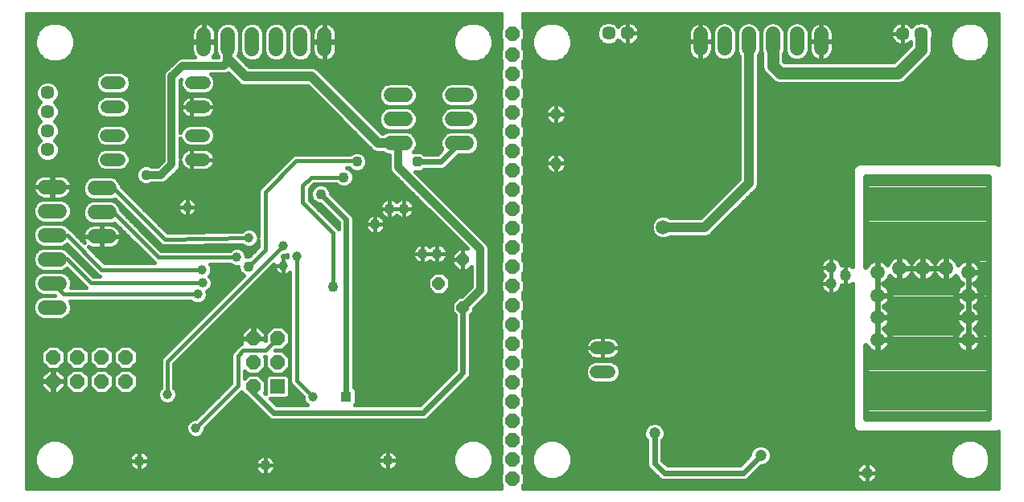
<source format=gbl>
G75*
G70*
%OFA0B0*%
%FSLAX24Y24*%
%IPPOS*%
%LPD*%
%AMOC8*
5,1,8,0,0,1.08239X$1,22.5*
%
%ADD10R,0.0600X0.0600*%
%ADD11OC8,0.0600*%
%ADD12C,0.0600*%
%ADD13OC8,0.0517*%
%ADD14C,0.0517*%
%ADD15C,0.0571*%
%ADD16C,0.0160*%
%ADD17C,0.0433*%
%ADD18C,0.0394*%
%ADD19C,0.0400*%
%ADD20C,0.0320*%
%ADD21C,0.0240*%
%ADD22R,0.0433X0.0433*%
%ADD23OC8,0.0433*%
%ADD24C,0.0472*%
%ADD25C,0.0500*%
%ADD26C,0.0591*%
%ADD27OC8,0.0591*%
D10*
X010586Y004532D03*
D11*
X009586Y004532D03*
X009586Y005532D03*
X010586Y005532D03*
X010586Y006532D03*
X009586Y006532D03*
X004287Y005748D03*
X003287Y005748D03*
X002287Y005748D03*
X001287Y005748D03*
X001287Y004748D03*
X002287Y004748D03*
X003287Y004748D03*
X004287Y004748D03*
D12*
X001553Y007814D02*
X000953Y007814D01*
X000953Y008814D02*
X001553Y008814D01*
X001553Y009814D02*
X000953Y009814D01*
X000953Y010814D02*
X001553Y010814D01*
X003008Y010762D02*
X003608Y010762D01*
X003608Y011762D02*
X003008Y011762D01*
X001553Y011814D02*
X000953Y011814D01*
X000953Y012814D02*
X001553Y012814D01*
X003008Y012762D02*
X003608Y012762D01*
X007529Y018533D02*
X007529Y019133D01*
X008529Y019133D02*
X008529Y018533D01*
X009529Y018533D02*
X009529Y019133D01*
X010529Y019133D02*
X010529Y018533D01*
X011529Y018533D02*
X011529Y019133D01*
X012529Y019133D02*
X012529Y018533D01*
X015274Y016629D02*
X015874Y016629D01*
X017833Y016629D02*
X018433Y016629D01*
X018433Y015629D02*
X017833Y015629D01*
X015874Y015629D02*
X015274Y015629D01*
X015274Y014629D02*
X015874Y014629D01*
X017833Y014629D02*
X018433Y014629D01*
X028111Y018555D02*
X028111Y019155D01*
X029111Y019155D02*
X029111Y018555D01*
X030111Y018555D02*
X030111Y019155D01*
X031111Y019155D02*
X031111Y018555D01*
X032111Y018555D02*
X032111Y019155D01*
X033111Y019155D02*
X033111Y018555D01*
D13*
X018271Y009797D03*
X017271Y008807D03*
X018271Y007817D03*
D14*
X023805Y006138D02*
X024322Y006138D01*
X024322Y005138D02*
X023805Y005138D01*
X007531Y013952D02*
X007014Y013952D01*
X007014Y014952D02*
X007531Y014952D01*
X007544Y016130D02*
X007028Y016130D01*
X007028Y017130D02*
X007544Y017130D01*
X004028Y017130D02*
X003511Y017130D01*
X003511Y016130D02*
X004028Y016130D01*
X004014Y014952D02*
X003497Y014952D01*
X003497Y013952D02*
X004014Y013952D01*
D15*
X001055Y014358D03*
X001055Y015145D03*
X001055Y015933D03*
X001055Y016720D03*
X024308Y019190D03*
X025095Y019190D03*
X036477Y019177D03*
X037264Y019177D03*
D16*
X019865Y000314D02*
X000180Y000314D01*
X019865Y000314D01*
X019865Y000479D01*
X019835Y000509D01*
X019835Y000919D01*
X019865Y000950D01*
X019865Y001279D01*
X019835Y001309D01*
X019835Y001719D01*
X019865Y001750D01*
X019865Y002079D01*
X019835Y002109D01*
X019835Y002519D01*
X019865Y002550D01*
X019865Y002879D01*
X019835Y002909D01*
X019835Y003319D01*
X019865Y003350D01*
X019865Y003679D01*
X019835Y003709D01*
X019835Y004119D01*
X019865Y004150D01*
X019865Y004479D01*
X019835Y004509D01*
X019835Y004919D01*
X019865Y004950D01*
X019865Y005279D01*
X019835Y005309D01*
X019835Y005719D01*
X019865Y005750D01*
X019865Y006079D01*
X019835Y006109D01*
X019835Y006519D01*
X019865Y006550D01*
X019865Y006879D01*
X019835Y006909D01*
X019835Y007319D01*
X019865Y007350D01*
X019865Y007679D01*
X019835Y007709D01*
X019835Y008119D01*
X019865Y008150D01*
X019865Y008479D01*
X019835Y008509D01*
X019835Y008919D01*
X019865Y008950D01*
X019865Y009279D01*
X019835Y009309D01*
X019835Y009719D01*
X019865Y009750D01*
X019865Y010079D01*
X019835Y010109D01*
X019835Y010519D01*
X019865Y010550D01*
X019865Y010879D01*
X019835Y010909D01*
X019835Y011319D01*
X019865Y011350D01*
X019865Y011679D01*
X019835Y011709D01*
X019835Y012119D01*
X019865Y012150D01*
X019865Y012479D01*
X019835Y012509D01*
X019835Y012919D01*
X019865Y012950D01*
X019865Y013279D01*
X019835Y013309D01*
X019835Y013719D01*
X019865Y013750D01*
X019865Y014079D01*
X019835Y014109D01*
X019835Y014519D01*
X019865Y014550D01*
X019865Y014879D01*
X019835Y014909D01*
X019835Y015319D01*
X019865Y015350D01*
X019865Y015679D01*
X019835Y015709D01*
X019835Y016119D01*
X019865Y016150D01*
X019865Y016479D01*
X019835Y016509D01*
X019835Y016919D01*
X019865Y016950D01*
X019865Y017279D01*
X019835Y017309D01*
X019835Y017719D01*
X019865Y017750D01*
X019865Y018079D01*
X019835Y018109D01*
X019835Y018519D01*
X019865Y018550D01*
X019865Y018929D01*
X019835Y018959D01*
X019835Y019369D01*
X019865Y019400D01*
X019865Y019999D01*
X000180Y019999D01*
X000180Y000314D01*
X000180Y000473D02*
X019865Y000473D01*
X019835Y000631D02*
X000180Y000631D01*
X000180Y000790D02*
X000896Y000790D01*
X000891Y000792D02*
X001196Y000665D01*
X001526Y000665D01*
X001831Y000792D01*
X002065Y001025D01*
X002191Y001330D01*
X002191Y001660D01*
X002065Y001965D01*
X001831Y002199D01*
X001526Y002325D01*
X001196Y002325D01*
X000891Y002199D01*
X000658Y001965D01*
X000531Y001660D01*
X000531Y001330D01*
X000658Y001025D01*
X000891Y000792D01*
X000735Y000948D02*
X000180Y000948D01*
X000180Y001107D02*
X000624Y001107D01*
X000558Y001265D02*
X000180Y001265D01*
X000180Y001424D02*
X000531Y001424D01*
X000531Y001582D02*
X000180Y001582D01*
X000180Y001741D02*
X000564Y001741D01*
X000630Y001899D02*
X000180Y001899D01*
X000180Y002058D02*
X000750Y002058D01*
X000933Y002216D02*
X000180Y002216D01*
X000180Y002375D02*
X019835Y002375D01*
X019849Y002533D02*
X007480Y002533D01*
X007425Y002478D02*
X007536Y002589D01*
X007597Y002735D01*
X007597Y002815D01*
X009096Y004315D01*
X009379Y004032D01*
X009390Y004032D01*
X010159Y003263D01*
X010249Y003173D01*
X010366Y003124D01*
X016674Y003124D01*
X016791Y003173D01*
X018452Y004834D01*
X018542Y004924D01*
X018591Y005042D01*
X018591Y007489D01*
X018730Y007627D01*
X018730Y007766D01*
X019184Y008221D01*
X019285Y008322D01*
X019340Y008454D01*
X019340Y010306D01*
X019285Y010438D01*
X016276Y013448D01*
X016553Y013448D01*
X016649Y013544D01*
X017431Y013544D01*
X017549Y013593D01*
X018085Y014129D01*
X018532Y014129D01*
X018716Y014205D01*
X018857Y014346D01*
X018933Y014530D01*
X018933Y014729D01*
X018857Y014912D01*
X018716Y015053D01*
X018532Y015129D01*
X017733Y015129D01*
X017550Y015053D01*
X017409Y014912D01*
X017333Y014729D01*
X017333Y014530D01*
X017405Y014354D01*
X017235Y014184D01*
X016649Y014184D01*
X016553Y014281D01*
X016232Y014281D01*
X016298Y014346D01*
X016374Y014530D01*
X016374Y014729D01*
X016298Y014912D01*
X016157Y015053D01*
X015973Y015129D01*
X015174Y015129D01*
X014990Y015053D01*
X014967Y015029D01*
X014931Y015029D01*
X012344Y017616D01*
X012232Y017728D01*
X012085Y017789D01*
X009421Y017789D01*
X008955Y018255D01*
X009029Y018433D01*
X009105Y018250D01*
X009245Y018109D01*
X009429Y018033D01*
X009628Y018033D01*
X009812Y018109D01*
X009952Y018250D01*
X010029Y018433D01*
X010105Y018250D01*
X010245Y018109D01*
X010429Y018033D01*
X010628Y018033D01*
X010812Y018109D01*
X010952Y018250D01*
X011029Y018433D01*
X011105Y018250D01*
X011245Y018109D01*
X011429Y018033D01*
X011628Y018033D01*
X011812Y018109D01*
X011952Y018250D01*
X012029Y018433D01*
X012029Y019232D01*
X011952Y019416D01*
X011812Y019557D01*
X011628Y019633D01*
X011429Y019633D01*
X011245Y019557D01*
X011105Y019416D01*
X011029Y019232D01*
X011029Y018433D01*
X011029Y019232D01*
X010952Y019416D01*
X010812Y019557D01*
X010628Y019633D01*
X010429Y019633D01*
X010245Y019557D01*
X010105Y019416D01*
X010029Y019232D01*
X010029Y018433D01*
X010029Y019232D01*
X009952Y019416D01*
X009812Y019557D01*
X009628Y019633D01*
X009429Y019633D01*
X009245Y019557D01*
X009105Y019416D01*
X009029Y019232D01*
X009029Y018433D01*
X009029Y019232D01*
X008952Y019416D01*
X008812Y019557D01*
X008628Y019633D01*
X008429Y019633D01*
X008245Y019557D01*
X008105Y019416D01*
X008029Y019232D01*
X008029Y018433D01*
X008105Y018250D01*
X008129Y018226D01*
X008129Y018206D01*
X007909Y018206D01*
X007910Y018207D01*
X007956Y018271D01*
X007992Y018341D01*
X008016Y018416D01*
X008029Y018493D01*
X008029Y018813D01*
X007549Y018813D01*
X007549Y018853D01*
X008029Y018853D01*
X008029Y019172D01*
X008016Y019250D01*
X007992Y019325D01*
X007956Y019395D01*
X007910Y019458D01*
X007854Y019514D01*
X007791Y019560D01*
X007720Y019596D01*
X007646Y019620D01*
X007568Y019633D01*
X007549Y019633D01*
X007549Y018853D01*
X007509Y018853D01*
X007509Y019633D01*
X007489Y019633D01*
X007411Y019620D01*
X007337Y019596D01*
X007266Y019560D01*
X007203Y019514D01*
X007147Y019458D01*
X007101Y019395D01*
X007065Y019325D01*
X007041Y019250D01*
X007029Y019172D01*
X007029Y018853D01*
X007508Y018853D01*
X007508Y018813D01*
X007029Y018813D01*
X007029Y018493D01*
X007041Y018416D01*
X007065Y018341D01*
X007101Y018271D01*
X007147Y018207D01*
X007148Y018206D01*
X006577Y018206D01*
X006445Y018151D01*
X005898Y017605D01*
X005844Y017472D01*
X005844Y013903D01*
X005615Y013674D01*
X005369Y013674D01*
X005233Y013731D01*
X005067Y013731D01*
X004914Y013667D01*
X004797Y013550D01*
X004733Y013397D01*
X004733Y013231D01*
X004797Y013078D01*
X004914Y012961D01*
X005067Y012898D01*
X005233Y012898D01*
X005369Y012954D01*
X005835Y012954D01*
X005968Y013009D01*
X006408Y013449D01*
X006509Y013550D01*
X006564Y013683D01*
X006564Y013866D01*
X006567Y013844D01*
X006589Y013776D01*
X006622Y013711D01*
X006665Y013653D01*
X006716Y013602D01*
X006774Y013559D01*
X006838Y013527D01*
X006907Y013504D01*
X006978Y013493D01*
X007014Y013493D01*
X007014Y013952D01*
X007014Y014410D01*
X006978Y014410D01*
X006907Y014399D01*
X006838Y014376D01*
X006774Y014344D01*
X006716Y014301D01*
X006665Y014250D01*
X006622Y014192D01*
X006589Y014128D01*
X006567Y014059D01*
X006564Y014037D01*
X006564Y014842D01*
X006626Y014692D01*
X006755Y014563D01*
X006923Y014493D01*
X007622Y014493D01*
X007791Y014563D01*
X007920Y014692D01*
X007990Y014860D01*
X007990Y015043D01*
X007920Y015211D01*
X007791Y015340D01*
X007622Y015410D01*
X006923Y015410D01*
X006755Y015340D01*
X006626Y015211D01*
X006564Y015062D01*
X006564Y017252D01*
X006595Y017283D01*
X006569Y017221D01*
X006569Y017038D01*
X006639Y016870D01*
X006768Y016741D01*
X006936Y016671D01*
X007636Y016671D01*
X007804Y016741D01*
X007933Y016870D01*
X008003Y017038D01*
X008003Y017221D01*
X007933Y017389D01*
X007837Y017486D01*
X008433Y017486D01*
X008546Y017532D01*
X008916Y017163D01*
X008916Y017163D01*
X009028Y017050D01*
X009175Y016989D01*
X011839Y016989D01*
X014538Y014290D01*
X014685Y014229D01*
X014967Y014229D01*
X014990Y014205D01*
X015174Y014129D01*
X015214Y014129D01*
X015214Y013569D01*
X015269Y013437D01*
X015370Y013335D01*
X018450Y010255D01*
X018271Y010255D01*
X018081Y010255D01*
X017813Y009987D01*
X017813Y009797D01*
X017813Y009607D01*
X018081Y009339D01*
X018271Y009339D01*
X018271Y009797D01*
X017813Y009797D01*
X018271Y009797D01*
X018271Y009797D01*
X018271Y009797D01*
X018271Y010255D01*
X018271Y009797D01*
X018271Y009797D01*
X018271Y009339D01*
X018461Y009339D01*
X018620Y009498D01*
X018620Y008675D01*
X018220Y008275D01*
X018081Y008275D01*
X017813Y008007D01*
X017813Y007627D01*
X017951Y007489D01*
X017951Y005238D01*
X016477Y003764D01*
X013796Y003764D01*
X013847Y003815D01*
X013847Y004414D01*
X013750Y004510D01*
X013750Y011528D01*
X013701Y011645D01*
X012797Y012550D01*
X012797Y012597D01*
X012733Y012750D01*
X012616Y012867D01*
X012463Y012931D01*
X012297Y012931D01*
X012144Y012867D01*
X012027Y012750D01*
X011963Y012597D01*
X011963Y012431D01*
X012027Y012278D01*
X012144Y012161D01*
X012297Y012098D01*
X012344Y012098D01*
X013110Y011332D01*
X013110Y011080D01*
X011910Y012280D01*
X011910Y012748D01*
X012096Y012934D01*
X013021Y012934D01*
X013094Y012861D01*
X013247Y012798D01*
X013413Y012798D01*
X013566Y012861D01*
X013683Y012978D01*
X013747Y013131D01*
X013747Y013297D01*
X013683Y013450D01*
X013566Y013567D01*
X013465Y013609D01*
X013546Y013609D01*
X013644Y013511D01*
X013797Y013448D01*
X013963Y013448D01*
X014116Y013511D01*
X014233Y013628D01*
X015214Y013628D01*
X015214Y013787D02*
X014297Y013787D01*
X014297Y013781D02*
X014297Y013947D01*
X014233Y014100D01*
X014116Y014217D01*
X013963Y014281D01*
X013797Y014281D01*
X013644Y014217D01*
X013596Y014169D01*
X011299Y014169D01*
X011196Y014127D01*
X011118Y014048D01*
X009843Y012773D01*
X009800Y012670D01*
X009800Y010773D01*
X009741Y010914D01*
X009630Y011026D01*
X009484Y011086D01*
X009326Y011086D01*
X009180Y011026D01*
X009120Y010966D01*
X006024Y010926D01*
X004108Y012842D01*
X004108Y012862D01*
X004032Y013045D01*
X003892Y013186D01*
X003708Y013262D01*
X002909Y013262D01*
X002725Y013186D01*
X002584Y013045D01*
X002508Y012862D01*
X002508Y012663D01*
X002584Y012479D01*
X002725Y012338D01*
X002909Y012262D01*
X002725Y012186D01*
X002584Y012045D01*
X002508Y011862D01*
X002508Y011663D01*
X002584Y011479D01*
X002725Y011338D01*
X002909Y011262D01*
X003708Y011262D01*
X003834Y011314D01*
X005484Y009664D01*
X003416Y009664D01*
X002744Y010336D01*
X002746Y010334D01*
X002816Y010299D01*
X002891Y010274D01*
X002969Y010262D01*
X003288Y010262D01*
X003288Y010742D01*
X002508Y010742D01*
X002508Y010723D01*
X002521Y010645D01*
X002545Y010570D01*
X002581Y010500D01*
X002582Y010498D01*
X002117Y010963D01*
X002039Y011042D01*
X001992Y011061D01*
X001977Y011097D01*
X001836Y011238D01*
X001652Y011314D01*
X001836Y011390D01*
X001977Y011531D01*
X002053Y011715D01*
X002053Y011914D01*
X001977Y012097D01*
X001836Y012238D01*
X001652Y012314D01*
X000853Y012314D01*
X000669Y012238D01*
X000529Y012097D01*
X000453Y011914D01*
X000453Y011715D01*
X000529Y011531D01*
X000669Y011390D01*
X000853Y011314D01*
X001652Y011314D01*
X000853Y011314D01*
X000669Y011238D01*
X000529Y011097D01*
X000453Y010914D01*
X000453Y010715D01*
X000529Y010531D01*
X000669Y010390D01*
X000853Y010314D01*
X000669Y010238D01*
X000529Y010097D01*
X000453Y009914D01*
X000453Y009715D01*
X000529Y009531D01*
X000669Y009390D01*
X000853Y009314D01*
X000669Y009238D01*
X000529Y009097D01*
X000453Y008914D01*
X000453Y008715D01*
X000529Y008531D01*
X000669Y008390D01*
X000853Y008314D01*
X000669Y008238D01*
X000529Y008097D01*
X000453Y007914D01*
X000453Y007715D01*
X000529Y007531D01*
X000669Y007390D01*
X000853Y007314D01*
X001652Y007314D01*
X001836Y007390D01*
X001977Y007531D01*
X002053Y007715D01*
X002053Y007914D01*
X001986Y008074D01*
X006999Y008074D01*
X007055Y008018D01*
X007201Y007957D01*
X007359Y007957D01*
X007505Y008018D01*
X007616Y008129D01*
X007677Y008275D01*
X007677Y008433D01*
X007658Y008478D01*
X007705Y008498D01*
X007816Y008609D01*
X007877Y008755D01*
X007877Y008913D01*
X007816Y009059D01*
X007761Y009114D01*
X007806Y009159D01*
X007867Y009305D01*
X007867Y009463D01*
X007806Y009609D01*
X007801Y009614D01*
X008619Y009614D01*
X008675Y009558D01*
X008821Y009497D01*
X008963Y009497D01*
X008963Y009431D01*
X009027Y009278D01*
X009144Y009161D01*
X009191Y009141D01*
X005861Y005812D01*
X005783Y005733D01*
X005740Y005630D01*
X005740Y004485D01*
X005684Y004429D01*
X005623Y004283D01*
X005623Y004125D01*
X005684Y003979D01*
X005795Y003868D01*
X005941Y003807D01*
X006099Y003807D01*
X006245Y003868D01*
X006356Y003979D01*
X006417Y004125D01*
X006417Y004283D01*
X006356Y004429D01*
X006300Y004485D01*
X006300Y005458D01*
X010435Y009593D01*
X010433Y009583D01*
X010433Y009544D01*
X010433Y009505D01*
X010448Y009428D01*
X010478Y009356D01*
X010522Y009291D01*
X010577Y009236D01*
X010642Y009192D01*
X010714Y009163D01*
X010791Y009147D01*
X010830Y009147D01*
X010869Y009147D01*
X010946Y009163D01*
X011018Y009192D01*
X011083Y009236D01*
X011100Y009253D01*
X011100Y004708D01*
X011143Y004606D01*
X011221Y004527D01*
X011643Y004105D01*
X011643Y004025D01*
X011704Y003879D01*
X011815Y003768D01*
X011824Y003764D01*
X010563Y003764D01*
X010295Y004032D01*
X010969Y004032D01*
X011086Y004149D01*
X011086Y004915D01*
X010969Y005032D01*
X010203Y005032D01*
X010086Y004915D01*
X010086Y004240D01*
X010044Y004283D01*
X010086Y004325D01*
X010086Y004739D01*
X009793Y005032D01*
X010086Y005325D01*
X010379Y005032D01*
X010793Y005032D01*
X011086Y005325D01*
X011086Y005739D01*
X010793Y006032D01*
X011086Y006325D01*
X011086Y006739D01*
X010793Y007032D01*
X010379Y007032D01*
X010086Y006739D01*
X009793Y007032D01*
X009606Y007032D01*
X009606Y006552D01*
X009566Y006552D01*
X009566Y006512D01*
X009086Y006512D01*
X009086Y006325D01*
X009102Y006309D01*
X009011Y006272D01*
X008933Y006193D01*
X008713Y005973D01*
X008670Y005870D01*
X008670Y004680D01*
X007201Y003211D01*
X007121Y003211D01*
X006975Y003151D01*
X006864Y003039D01*
X006803Y002893D01*
X006803Y002735D01*
X006864Y002589D01*
X006975Y002478D01*
X007121Y002417D01*
X007279Y002417D01*
X007425Y002478D01*
X007579Y002692D02*
X019865Y002692D01*
X019865Y002850D02*
X007632Y002850D01*
X007790Y003009D02*
X019835Y003009D01*
X019835Y003167D02*
X016777Y003167D01*
X016944Y003326D02*
X019841Y003326D01*
X019865Y003484D02*
X017103Y003484D01*
X017261Y003643D02*
X019865Y003643D01*
X019835Y003801D02*
X017420Y003801D01*
X017578Y003960D02*
X019835Y003960D01*
X019835Y004118D02*
X017737Y004118D01*
X017895Y004277D02*
X019865Y004277D01*
X019865Y004435D02*
X018054Y004435D01*
X018212Y004594D02*
X019835Y004594D01*
X019835Y004752D02*
X018371Y004752D01*
X018529Y004911D02*
X019835Y004911D01*
X019865Y005069D02*
X018591Y005069D01*
X018591Y005228D02*
X019865Y005228D01*
X019835Y005386D02*
X018591Y005386D01*
X018591Y005545D02*
X019835Y005545D01*
X019835Y005703D02*
X018591Y005703D01*
X018591Y005862D02*
X019865Y005862D01*
X019865Y006020D02*
X018591Y006020D01*
X018591Y006179D02*
X019835Y006179D01*
X019835Y006337D02*
X018591Y006337D01*
X018591Y006496D02*
X019835Y006496D01*
X019865Y006654D02*
X018591Y006654D01*
X018591Y006813D02*
X019865Y006813D01*
X019835Y006971D02*
X018591Y006971D01*
X018591Y007130D02*
X019835Y007130D01*
X019835Y007288D02*
X018591Y007288D01*
X018591Y007447D02*
X019865Y007447D01*
X019865Y007605D02*
X018708Y007605D01*
X018730Y007764D02*
X019835Y007764D01*
X019835Y007922D02*
X018885Y007922D01*
X019044Y008081D02*
X019835Y008081D01*
X019865Y008239D02*
X019202Y008239D01*
X019317Y008398D02*
X019865Y008398D01*
X019835Y008556D02*
X019340Y008556D01*
X019340Y008715D02*
X019835Y008715D01*
X019835Y008873D02*
X019340Y008873D01*
X019340Y009032D02*
X019865Y009032D01*
X019865Y009190D02*
X019340Y009190D01*
X019340Y009349D02*
X019835Y009349D01*
X019835Y009507D02*
X019340Y009507D01*
X019340Y009666D02*
X019835Y009666D01*
X019865Y009824D02*
X019340Y009824D01*
X019340Y009983D02*
X019865Y009983D01*
X019835Y010141D02*
X019340Y010141D01*
X019340Y010300D02*
X019835Y010300D01*
X019835Y010458D02*
X019265Y010458D01*
X019107Y010617D02*
X019865Y010617D01*
X019865Y010775D02*
X018948Y010775D01*
X018790Y010934D02*
X019835Y010934D01*
X019835Y011092D02*
X018631Y011092D01*
X018473Y011251D02*
X019835Y011251D01*
X019865Y011409D02*
X018314Y011409D01*
X018156Y011568D02*
X019865Y011568D01*
X019835Y011726D02*
X017997Y011726D01*
X017839Y011885D02*
X019835Y011885D01*
X019835Y012043D02*
X017680Y012043D01*
X017522Y012202D02*
X019865Y012202D01*
X019865Y012360D02*
X017363Y012360D01*
X017205Y012519D02*
X019835Y012519D01*
X019835Y012677D02*
X017046Y012677D01*
X016888Y012836D02*
X019835Y012836D01*
X019865Y012994D02*
X016729Y012994D01*
X016571Y013153D02*
X019865Y013153D01*
X019835Y013311D02*
X016412Y013311D01*
X016575Y013470D02*
X019835Y013470D01*
X019835Y013628D02*
X017584Y013628D01*
X017743Y013787D02*
X019865Y013787D01*
X019865Y013945D02*
X017901Y013945D01*
X018060Y014104D02*
X019840Y014104D01*
X019835Y014262D02*
X018773Y014262D01*
X018888Y014421D02*
X019835Y014421D01*
X019865Y014579D02*
X018933Y014579D01*
X018929Y014738D02*
X019865Y014738D01*
X019848Y014896D02*
X018863Y014896D01*
X018712Y015055D02*
X019835Y015055D01*
X019835Y015213D02*
X018724Y015213D01*
X018716Y015205D02*
X018857Y015346D01*
X018933Y015530D01*
X019865Y015530D01*
X019865Y015372D02*
X018867Y015372D01*
X018933Y015530D02*
X018933Y015729D01*
X018857Y015912D01*
X018716Y016053D01*
X018532Y016129D01*
X017733Y016129D01*
X017550Y016053D01*
X017409Y015912D01*
X017333Y015729D01*
X017333Y015530D01*
X016374Y015530D01*
X016374Y015729D01*
X016298Y015912D01*
X016157Y016053D01*
X015973Y016129D01*
X015174Y016129D01*
X015973Y016129D01*
X016157Y016205D01*
X016298Y016346D01*
X016374Y016530D01*
X016374Y016729D01*
X016298Y016912D01*
X016157Y017053D01*
X015973Y017129D01*
X015174Y017129D01*
X014990Y017053D01*
X014850Y016912D01*
X014774Y016729D01*
X014774Y016530D01*
X014850Y016346D01*
X014990Y016205D01*
X015174Y016129D01*
X014990Y016053D01*
X014850Y015912D01*
X014774Y015729D01*
X014774Y015530D01*
X014430Y015530D01*
X014588Y015372D02*
X014839Y015372D01*
X014850Y015346D02*
X014990Y015205D01*
X015174Y015129D01*
X015973Y015129D01*
X016157Y015205D01*
X016298Y015346D01*
X016374Y015530D01*
X016374Y015689D02*
X017333Y015689D01*
X017333Y015530D02*
X017409Y015346D01*
X017550Y015205D01*
X017733Y015129D01*
X018532Y015129D01*
X018716Y015205D01*
X018933Y015689D02*
X019855Y015689D01*
X019835Y015847D02*
X018884Y015847D01*
X018763Y016006D02*
X019835Y016006D01*
X019865Y016164D02*
X018617Y016164D01*
X018532Y016129D02*
X018716Y016205D01*
X018857Y016346D01*
X018933Y016530D01*
X018933Y016729D01*
X018857Y016912D01*
X018716Y017053D01*
X018532Y017129D01*
X017733Y017129D01*
X017550Y017053D01*
X017409Y016912D01*
X017333Y016729D01*
X017333Y016530D01*
X017409Y016346D01*
X017550Y016205D01*
X017733Y016129D01*
X018532Y016129D01*
X018833Y016323D02*
X019865Y016323D01*
X019863Y016481D02*
X018913Y016481D01*
X018933Y016640D02*
X019835Y016640D01*
X019835Y016798D02*
X018904Y016798D01*
X018812Y016957D02*
X019865Y016957D01*
X019865Y017115D02*
X018566Y017115D01*
X017700Y017115D02*
X016007Y017115D01*
X016253Y016957D02*
X017453Y016957D01*
X017362Y016798D02*
X016345Y016798D01*
X016374Y016640D02*
X017333Y016640D01*
X017353Y016481D02*
X016354Y016481D01*
X016274Y016323D02*
X017432Y016323D01*
X017649Y016164D02*
X016058Y016164D01*
X016204Y016006D02*
X017502Y016006D01*
X017382Y015847D02*
X016325Y015847D01*
X016308Y015372D02*
X017398Y015372D01*
X017542Y015213D02*
X016165Y015213D01*
X016153Y015055D02*
X017554Y015055D01*
X017402Y014896D02*
X016304Y014896D01*
X016370Y014738D02*
X017337Y014738D01*
X017333Y014579D02*
X016374Y014579D01*
X016329Y014421D02*
X017378Y014421D01*
X017313Y014262D02*
X016571Y014262D01*
X015214Y014104D02*
X014230Y014104D01*
X014297Y013945D02*
X015214Y013945D01*
X014606Y014262D02*
X014008Y014262D01*
X013752Y014262D02*
X007869Y014262D01*
X007881Y014250D02*
X007830Y014301D01*
X007771Y014344D01*
X007707Y014376D01*
X007638Y014399D01*
X007567Y014410D01*
X007014Y014410D01*
X007014Y013952D01*
X007014Y013952D01*
X007990Y013952D01*
X007990Y013988D01*
X007978Y014059D01*
X007956Y014128D01*
X007923Y014192D01*
X007881Y014250D01*
X007964Y014104D02*
X011174Y014104D01*
X011015Y013945D02*
X007990Y013945D01*
X007990Y013952D02*
X007014Y013952D01*
X007014Y013952D01*
X007014Y013952D01*
X007014Y013493D01*
X007567Y013493D01*
X007638Y013504D01*
X007707Y013527D01*
X007771Y013559D01*
X007830Y013602D01*
X007881Y013653D01*
X007923Y013711D01*
X007956Y013776D01*
X007978Y013844D01*
X007990Y013915D01*
X007990Y013952D01*
X007960Y013787D02*
X010857Y013787D01*
X010698Y013628D02*
X007856Y013628D01*
X007014Y013628D02*
X007014Y013628D01*
X007014Y013787D02*
X007014Y013787D01*
X007014Y013945D02*
X007014Y013945D01*
X007014Y014104D02*
X007014Y014104D01*
X007014Y014262D02*
X007014Y014262D01*
X006677Y014262D02*
X006564Y014262D01*
X006564Y014104D02*
X006582Y014104D01*
X006564Y013787D02*
X006586Y013787D01*
X006541Y013628D02*
X006689Y013628D01*
X006428Y013470D02*
X010540Y013470D01*
X010381Y013311D02*
X006270Y013311D01*
X006111Y013153D02*
X010223Y013153D01*
X010064Y012994D02*
X005932Y012994D01*
X004881Y012994D02*
X004053Y012994D01*
X004114Y012836D02*
X009906Y012836D01*
X009803Y012677D02*
X004273Y012677D01*
X004431Y012519D02*
X009800Y012519D01*
X009800Y012360D02*
X006934Y012360D01*
X006956Y012356D02*
X006879Y012371D01*
X006840Y012371D01*
X006840Y011974D01*
X006840Y011577D01*
X006879Y011577D01*
X006956Y011593D01*
X007028Y011622D01*
X007093Y011666D01*
X007148Y011721D01*
X007192Y011786D01*
X007222Y011858D01*
X007237Y011935D01*
X007237Y011974D01*
X006840Y011974D01*
X006840Y011974D01*
X006840Y011577D01*
X006801Y011577D01*
X006724Y011593D01*
X006652Y011622D01*
X006587Y011666D01*
X006532Y011721D01*
X006488Y011786D01*
X006458Y011858D01*
X006443Y011935D01*
X006443Y011974D01*
X006840Y011974D01*
X006840Y011974D01*
X006840Y011974D01*
X006840Y011994D01*
X006810Y012024D01*
X006840Y012043D02*
X006840Y012043D01*
X006840Y011974D02*
X006840Y012371D01*
X006801Y012371D01*
X006724Y012356D01*
X006652Y012326D01*
X006587Y012282D01*
X006532Y012227D01*
X006488Y012162D01*
X006458Y012090D01*
X006443Y012013D01*
X006443Y011974D01*
X006840Y011974D01*
X007237Y011974D01*
X007237Y012013D01*
X007222Y012090D01*
X007192Y012162D01*
X007148Y012227D01*
X007093Y012282D01*
X007028Y012326D01*
X006956Y012356D01*
X006840Y012360D02*
X006840Y012360D01*
X006746Y012360D02*
X004590Y012360D01*
X004748Y012202D02*
X006515Y012202D01*
X006449Y012043D02*
X004907Y012043D01*
X005065Y011885D02*
X006453Y011885D01*
X006528Y011726D02*
X005224Y011726D01*
X005382Y011568D02*
X009800Y011568D01*
X009800Y011726D02*
X007152Y011726D01*
X007227Y011885D02*
X009800Y011885D01*
X009800Y012043D02*
X007231Y012043D01*
X007165Y012202D02*
X009800Y012202D01*
X010080Y012614D02*
X011355Y013889D01*
X013855Y013889D01*
X013880Y013864D01*
X014233Y013628D02*
X014297Y013781D01*
X014016Y013470D02*
X015255Y013470D01*
X015394Y013311D02*
X013741Y013311D01*
X013747Y013153D02*
X015552Y013153D01*
X015711Y012994D02*
X013690Y012994D01*
X013505Y012836D02*
X015869Y012836D01*
X016028Y012677D02*
X012763Y012677D01*
X012828Y012519D02*
X016186Y012519D01*
X016345Y012360D02*
X012987Y012360D01*
X013145Y012202D02*
X014928Y012202D01*
X014912Y012186D02*
X014874Y012132D01*
X014844Y012074D01*
X014824Y012012D01*
X014813Y011947D01*
X014813Y011914D01*
X014813Y011881D01*
X014824Y011817D01*
X014844Y011754D01*
X014874Y011696D01*
X014912Y011643D01*
X014959Y011596D01*
X015012Y011558D01*
X015070Y011528D01*
X015132Y011508D01*
X015197Y011498D01*
X015230Y011498D01*
X015263Y011498D01*
X015328Y011508D01*
X015390Y011528D01*
X015448Y011558D01*
X015501Y011596D01*
X015530Y011625D01*
X015559Y011596D01*
X015612Y011558D01*
X015670Y011528D01*
X015732Y011508D01*
X015797Y011498D01*
X015830Y011498D01*
X015863Y011498D01*
X015928Y011508D01*
X015990Y011528D01*
X016048Y011558D01*
X016101Y011596D01*
X016148Y011643D01*
X016186Y011696D01*
X016216Y011754D01*
X016236Y011817D01*
X016247Y011881D01*
X016247Y011914D01*
X015830Y011914D01*
X015830Y011498D01*
X015830Y011914D01*
X015830Y011914D01*
X015830Y011914D01*
X015413Y011914D01*
X015230Y011914D01*
X015230Y011498D01*
X015230Y011914D01*
X015230Y011914D01*
X014813Y011914D01*
X015230Y011914D01*
X015230Y011914D01*
X015230Y011914D01*
X015830Y011914D01*
X015830Y011914D01*
X016247Y011914D01*
X016247Y011947D01*
X016236Y012012D01*
X016216Y012074D01*
X016186Y012132D01*
X016148Y012186D01*
X016101Y012232D01*
X016048Y012270D01*
X015990Y012300D01*
X015928Y012320D01*
X015863Y012331D01*
X015830Y012331D01*
X015797Y012331D01*
X015732Y012320D01*
X015670Y012300D01*
X015612Y012270D01*
X015559Y012232D01*
X015530Y012203D01*
X015501Y012232D01*
X015448Y012270D01*
X015390Y012300D01*
X015328Y012320D01*
X015263Y012331D01*
X015230Y012331D01*
X015197Y012331D01*
X015132Y012320D01*
X015070Y012300D01*
X015012Y012270D01*
X014959Y012232D01*
X014912Y012186D01*
X014834Y012043D02*
X013304Y012043D01*
X013462Y011885D02*
X014813Y011885D01*
X014858Y011726D02*
X013621Y011726D01*
X013733Y011568D02*
X014344Y011568D01*
X014359Y011582D02*
X014312Y011536D01*
X014274Y011482D01*
X014244Y011424D01*
X014224Y011362D01*
X014213Y011297D01*
X014213Y011264D01*
X014213Y011231D01*
X014224Y011167D01*
X014244Y011104D01*
X014274Y011046D01*
X014312Y010993D01*
X014359Y010946D01*
X014412Y010908D01*
X014470Y010878D01*
X014532Y010858D01*
X014597Y010848D01*
X014630Y010848D01*
X014663Y010848D01*
X014728Y010858D01*
X014790Y010878D01*
X014848Y010908D01*
X014901Y010946D01*
X014948Y010993D01*
X014986Y011046D01*
X015016Y011104D01*
X015036Y011167D01*
X015047Y011231D01*
X015047Y011264D01*
X014630Y011264D01*
X014630Y010848D01*
X014630Y011264D01*
X014630Y011264D01*
X014630Y011264D01*
X014213Y011264D01*
X014630Y011264D01*
X014630Y011264D01*
X015047Y011264D01*
X015047Y011297D01*
X015036Y011362D01*
X015016Y011424D01*
X014986Y011482D01*
X014948Y011536D01*
X014901Y011582D01*
X014848Y011620D01*
X014790Y011650D01*
X014728Y011670D01*
X014663Y011681D01*
X014630Y011681D01*
X014597Y011681D01*
X014532Y011670D01*
X014470Y011650D01*
X014412Y011620D01*
X014359Y011582D01*
X014239Y011409D02*
X013750Y011409D01*
X013750Y011251D02*
X014213Y011251D01*
X014250Y011092D02*
X013750Y011092D01*
X013750Y010934D02*
X014376Y010934D01*
X014630Y010934D02*
X014630Y010934D01*
X014630Y011092D02*
X014630Y011092D01*
X014630Y011251D02*
X014630Y011251D01*
X014630Y011264D02*
X014630Y011681D01*
X014630Y011264D01*
X014630Y011264D01*
X014630Y011409D02*
X014630Y011409D01*
X014630Y011568D02*
X014630Y011568D01*
X014916Y011568D02*
X014998Y011568D01*
X015021Y011409D02*
X017296Y011409D01*
X017454Y011251D02*
X015047Y011251D01*
X015010Y011092D02*
X017613Y011092D01*
X017771Y010934D02*
X014884Y010934D01*
X015230Y011568D02*
X015230Y011568D01*
X015230Y011726D02*
X015230Y011726D01*
X015230Y011885D02*
X015230Y011885D01*
X015230Y011914D02*
X015230Y012331D01*
X015230Y011914D01*
X015230Y011914D01*
X015230Y012043D02*
X015230Y012043D01*
X015230Y012202D02*
X015230Y012202D01*
X015830Y012202D02*
X015830Y012202D01*
X015830Y012331D02*
X015830Y011914D01*
X015830Y011914D01*
X015830Y012331D01*
X016132Y012202D02*
X016503Y012202D01*
X016662Y012043D02*
X016226Y012043D01*
X016247Y011885D02*
X016820Y011885D01*
X016979Y011726D02*
X016202Y011726D01*
X016062Y011568D02*
X017137Y011568D01*
X017930Y010775D02*
X013750Y010775D01*
X013750Y010617D02*
X018088Y010617D01*
X018247Y010458D02*
X013750Y010458D01*
X013750Y010300D02*
X016279Y010300D01*
X016287Y010311D02*
X016249Y010257D01*
X016219Y010199D01*
X016199Y010137D01*
X016188Y010072D01*
X016188Y010039D01*
X016188Y010006D01*
X016199Y009942D01*
X016219Y009879D01*
X016249Y009821D01*
X016287Y009768D01*
X016334Y009721D01*
X016387Y009683D01*
X016445Y009653D01*
X016507Y009633D01*
X016572Y009623D01*
X016605Y009623D01*
X016638Y009623D01*
X016703Y009633D01*
X016765Y009653D01*
X016823Y009683D01*
X016876Y009721D01*
X016905Y009750D01*
X016934Y009721D01*
X016987Y009683D01*
X017045Y009653D01*
X017107Y009633D01*
X017172Y009623D01*
X017205Y009623D01*
X017238Y009623D01*
X017303Y009633D01*
X017365Y009653D01*
X017423Y009683D01*
X017476Y009721D01*
X017523Y009768D01*
X017561Y009821D01*
X017591Y009879D01*
X017611Y009942D01*
X017622Y010006D01*
X017622Y010039D01*
X017205Y010039D01*
X017205Y009623D01*
X017205Y010039D01*
X017205Y010039D01*
X017205Y010039D01*
X017022Y010039D01*
X016605Y010039D01*
X016605Y009623D01*
X016605Y010039D01*
X016605Y010039D01*
X016188Y010039D01*
X016605Y010039D01*
X016605Y010039D01*
X016605Y010039D01*
X017205Y010039D01*
X017205Y010039D01*
X017622Y010039D01*
X017622Y010072D01*
X017611Y010137D01*
X017591Y010199D01*
X017561Y010257D01*
X017523Y010311D01*
X017476Y010357D01*
X017423Y010395D01*
X017365Y010425D01*
X017303Y010445D01*
X017238Y010456D01*
X017205Y010456D01*
X017172Y010456D01*
X017107Y010445D01*
X017045Y010425D01*
X016987Y010395D01*
X016934Y010357D01*
X016905Y010328D01*
X016876Y010357D01*
X016823Y010395D01*
X016765Y010425D01*
X016703Y010445D01*
X016638Y010456D01*
X016605Y010456D01*
X016572Y010456D01*
X016507Y010445D01*
X016445Y010425D01*
X016387Y010395D01*
X016334Y010357D01*
X016287Y010311D01*
X016200Y010141D02*
X013750Y010141D01*
X013750Y009983D02*
X016192Y009983D01*
X016247Y009824D02*
X013750Y009824D01*
X013750Y009666D02*
X016421Y009666D01*
X016605Y009666D02*
X016605Y009666D01*
X016605Y009824D02*
X016605Y009824D01*
X016605Y009983D02*
X016605Y009983D01*
X016605Y010039D02*
X016605Y010456D01*
X016605Y010039D01*
X016605Y010039D01*
X016605Y010141D02*
X016605Y010141D01*
X016605Y010300D02*
X016605Y010300D01*
X017205Y010300D02*
X017205Y010300D01*
X017205Y010456D02*
X017205Y010039D01*
X017205Y010039D01*
X017205Y010456D01*
X017205Y010141D02*
X017205Y010141D01*
X017205Y009983D02*
X017205Y009983D01*
X017205Y009824D02*
X017205Y009824D01*
X017205Y009666D02*
X017205Y009666D01*
X017389Y009666D02*
X017813Y009666D01*
X017813Y009824D02*
X017563Y009824D01*
X017618Y009983D02*
X017813Y009983D01*
X017967Y010141D02*
X017610Y010141D01*
X017531Y010300D02*
X018405Y010300D01*
X018271Y010141D02*
X018271Y010141D01*
X018271Y009983D02*
X018271Y009983D01*
X018271Y009824D02*
X018271Y009824D01*
X018271Y009666D02*
X018271Y009666D01*
X018271Y009507D02*
X018271Y009507D01*
X018271Y009349D02*
X018271Y009349D01*
X018071Y009349D02*
X013750Y009349D01*
X013750Y009507D02*
X017913Y009507D01*
X018471Y009349D02*
X018620Y009349D01*
X018620Y009190D02*
X017536Y009190D01*
X017461Y009265D02*
X017730Y008997D01*
X017730Y008617D01*
X017461Y008349D01*
X017081Y008349D01*
X016813Y008617D01*
X016813Y008997D01*
X017081Y009265D01*
X017461Y009265D01*
X017695Y009032D02*
X018620Y009032D01*
X018620Y008873D02*
X017730Y008873D01*
X017730Y008715D02*
X018620Y008715D01*
X018501Y008556D02*
X017669Y008556D01*
X017510Y008398D02*
X018343Y008398D01*
X018045Y008239D02*
X013750Y008239D01*
X013750Y008081D02*
X017886Y008081D01*
X017813Y007922D02*
X013750Y007922D01*
X013750Y007764D02*
X017813Y007764D01*
X017835Y007605D02*
X013750Y007605D01*
X013750Y007447D02*
X017951Y007447D01*
X017951Y007288D02*
X013750Y007288D01*
X013750Y007130D02*
X017951Y007130D01*
X017951Y006971D02*
X013750Y006971D01*
X013750Y006813D02*
X017951Y006813D01*
X017951Y006654D02*
X013750Y006654D01*
X013750Y006496D02*
X017951Y006496D01*
X017951Y006337D02*
X013750Y006337D01*
X013750Y006179D02*
X017951Y006179D01*
X017951Y006020D02*
X013750Y006020D01*
X013750Y005862D02*
X017951Y005862D01*
X017951Y005703D02*
X013750Y005703D01*
X013750Y005545D02*
X017951Y005545D01*
X017951Y005386D02*
X013750Y005386D01*
X013750Y005228D02*
X017941Y005228D01*
X017782Y005069D02*
X013750Y005069D01*
X013750Y004911D02*
X017624Y004911D01*
X017465Y004752D02*
X013750Y004752D01*
X013750Y004594D02*
X017307Y004594D01*
X017148Y004435D02*
X013825Y004435D01*
X013847Y004277D02*
X016990Y004277D01*
X016831Y004118D02*
X013847Y004118D01*
X013847Y003960D02*
X016673Y003960D01*
X016514Y003801D02*
X013833Y003801D01*
X012040Y004104D02*
X011380Y004764D01*
X011380Y009924D01*
X010983Y009910D02*
X010946Y009926D01*
X010869Y009941D01*
X010830Y009941D01*
X010830Y009544D01*
X010830Y009147D01*
X010830Y009544D01*
X010830Y009544D01*
X010433Y009544D01*
X010830Y009544D01*
X010830Y009544D01*
X010780Y009594D01*
X010830Y009544D02*
X010830Y009941D01*
X010791Y009941D01*
X010781Y009939D01*
X010819Y009977D01*
X010899Y009977D01*
X010988Y010014D01*
X010983Y010003D01*
X010983Y009910D01*
X010983Y009983D02*
X010912Y009983D01*
X010830Y009824D02*
X010830Y009824D01*
X010830Y009666D02*
X010830Y009666D01*
X010830Y009544D02*
X010830Y009544D01*
X010830Y009507D02*
X010830Y009507D01*
X010830Y009349D02*
X010830Y009349D01*
X010830Y009190D02*
X010830Y009190D01*
X011012Y009190D02*
X011100Y009190D01*
X011100Y009032D02*
X009873Y009032D01*
X009715Y008873D02*
X011100Y008873D01*
X011100Y008715D02*
X009556Y008715D01*
X009398Y008556D02*
X011100Y008556D01*
X011100Y008398D02*
X009239Y008398D01*
X009081Y008239D02*
X011100Y008239D01*
X011100Y008081D02*
X008922Y008081D01*
X008764Y007922D02*
X011100Y007922D01*
X011100Y007764D02*
X008605Y007764D01*
X008447Y007605D02*
X011100Y007605D01*
X011100Y007447D02*
X008288Y007447D01*
X008130Y007288D02*
X011100Y007288D01*
X011100Y007130D02*
X007971Y007130D01*
X007813Y006971D02*
X009318Y006971D01*
X009379Y007032D02*
X009086Y006739D01*
X009086Y006552D01*
X009566Y006552D01*
X009566Y007032D01*
X009379Y007032D01*
X009566Y006971D02*
X009606Y006971D01*
X009606Y006813D02*
X009566Y006813D01*
X009566Y006654D02*
X009606Y006654D01*
X009606Y006552D02*
X010086Y006552D01*
X010086Y006739D01*
X010086Y006426D01*
X010086Y006512D01*
X009606Y006512D01*
X009606Y006552D01*
X010013Y006813D02*
X010160Y006813D01*
X010086Y006654D02*
X010086Y006654D01*
X010086Y006496D02*
X010086Y006496D01*
X010086Y006426D02*
X010086Y006426D01*
X010090Y006034D02*
X009170Y006034D01*
X008950Y005814D01*
X008950Y004564D01*
X007200Y002814D01*
X006920Y002533D02*
X000180Y002533D01*
X000180Y002692D02*
X006821Y002692D01*
X006803Y002850D02*
X000180Y002850D01*
X000180Y003009D02*
X006851Y003009D01*
X007015Y003167D02*
X000180Y003167D01*
X000180Y003326D02*
X007316Y003326D01*
X007474Y003484D02*
X000180Y003484D01*
X000180Y003643D02*
X007633Y003643D01*
X007791Y003801D02*
X000180Y003801D01*
X000180Y003960D02*
X005703Y003960D01*
X005626Y004118D02*
X000180Y004118D01*
X000180Y004277D02*
X001051Y004277D01*
X001079Y004248D02*
X001267Y004248D01*
X001267Y004728D01*
X001307Y004728D01*
X001307Y004768D01*
X001787Y004768D01*
X001787Y004955D01*
X001787Y004541D01*
X002079Y004248D01*
X002494Y004248D01*
X002787Y004541D01*
X003079Y004248D01*
X003494Y004248D01*
X003787Y004541D01*
X004079Y004248D01*
X004494Y004248D01*
X004787Y004541D01*
X004787Y004955D01*
X004494Y005248D01*
X004787Y005541D01*
X004787Y005955D01*
X004494Y006248D01*
X004079Y006248D01*
X003787Y005955D01*
X003787Y005541D01*
X004079Y005248D01*
X004494Y005248D01*
X004079Y005248D01*
X003787Y004955D01*
X003787Y004541D01*
X003787Y004955D01*
X003494Y005248D01*
X003787Y005541D01*
X003787Y005955D01*
X003494Y006248D01*
X003079Y006248D01*
X002787Y005955D01*
X002787Y005541D01*
X003079Y005248D01*
X003494Y005248D01*
X003079Y005248D01*
X002787Y004955D01*
X002787Y004541D01*
X002787Y004955D01*
X002494Y005248D01*
X002787Y005541D01*
X002787Y005955D01*
X002494Y006248D01*
X002079Y006248D01*
X001787Y005955D01*
X001787Y005541D01*
X002079Y005248D01*
X002494Y005248D01*
X002079Y005248D01*
X001787Y004955D01*
X001494Y005248D01*
X001787Y005541D01*
X001787Y005955D01*
X001494Y006248D01*
X001079Y006248D01*
X000787Y005955D01*
X000787Y005541D01*
X001079Y005248D01*
X001494Y005248D01*
X001307Y005248D01*
X001307Y004768D01*
X001267Y004768D01*
X001267Y005248D01*
X001079Y005248D01*
X000787Y004955D01*
X000787Y004768D01*
X001267Y004768D01*
X001267Y004728D01*
X000787Y004728D01*
X000787Y004541D01*
X001079Y004248D01*
X001267Y004277D02*
X001307Y004277D01*
X001307Y004248D02*
X001494Y004248D01*
X001787Y004541D01*
X001787Y004728D01*
X001307Y004728D01*
X001307Y004248D01*
X001307Y004435D02*
X001267Y004435D01*
X001267Y004594D02*
X001307Y004594D01*
X001307Y004752D02*
X001787Y004752D01*
X001787Y004594D02*
X001787Y004594D01*
X001892Y004435D02*
X001681Y004435D01*
X001522Y004277D02*
X002051Y004277D01*
X002522Y004277D02*
X003051Y004277D01*
X002892Y004435D02*
X002681Y004435D01*
X002787Y004594D02*
X002787Y004594D01*
X002787Y004752D02*
X002787Y004752D01*
X002787Y004911D02*
X002787Y004911D01*
X002673Y005069D02*
X002901Y005069D01*
X003059Y005228D02*
X002514Y005228D01*
X002632Y005386D02*
X002941Y005386D01*
X002787Y005545D02*
X002787Y005545D01*
X002787Y005703D02*
X002787Y005703D01*
X002787Y005862D02*
X002787Y005862D01*
X002722Y006020D02*
X002852Y006020D01*
X003010Y006179D02*
X002563Y006179D01*
X002010Y006179D02*
X001563Y006179D01*
X001722Y006020D02*
X001852Y006020D01*
X001787Y005862D02*
X001787Y005862D01*
X001787Y005703D02*
X001787Y005703D01*
X001787Y005545D02*
X001787Y005545D01*
X001941Y005386D02*
X001632Y005386D01*
X001514Y005228D02*
X002059Y005228D01*
X001901Y005069D02*
X001673Y005069D01*
X001787Y004911D02*
X001787Y004911D01*
X001307Y004911D02*
X001267Y004911D01*
X001267Y005069D02*
X001307Y005069D01*
X001307Y005228D02*
X001267Y005228D01*
X001059Y005228D02*
X000180Y005228D01*
X000180Y005386D02*
X000941Y005386D01*
X000787Y005545D02*
X000180Y005545D01*
X000180Y005703D02*
X000787Y005703D01*
X000787Y005862D02*
X000180Y005862D01*
X000180Y006020D02*
X000852Y006020D01*
X001010Y006179D02*
X000180Y006179D01*
X000180Y006337D02*
X006387Y006337D01*
X006229Y006179D02*
X004563Y006179D01*
X004722Y006020D02*
X006070Y006020D01*
X005912Y005862D02*
X004787Y005862D01*
X004787Y005703D02*
X005770Y005703D01*
X005740Y005545D02*
X004787Y005545D01*
X004632Y005386D02*
X005740Y005386D01*
X005740Y005228D02*
X004514Y005228D01*
X004673Y005069D02*
X005740Y005069D01*
X005740Y004911D02*
X004787Y004911D01*
X004787Y004752D02*
X005740Y004752D01*
X005740Y004594D02*
X004787Y004594D01*
X004681Y004435D02*
X005690Y004435D01*
X005623Y004277D02*
X004522Y004277D01*
X004051Y004277D02*
X003522Y004277D01*
X003681Y004435D02*
X003892Y004435D01*
X003787Y004594D02*
X003787Y004594D01*
X003787Y004752D02*
X003787Y004752D01*
X003787Y004911D02*
X003787Y004911D01*
X003673Y005069D02*
X003901Y005069D01*
X004059Y005228D02*
X003514Y005228D01*
X003632Y005386D02*
X003941Y005386D01*
X003787Y005545D02*
X003787Y005545D01*
X003787Y005703D02*
X003787Y005703D01*
X003787Y005862D02*
X003787Y005862D01*
X003722Y006020D02*
X003852Y006020D01*
X004010Y006179D02*
X003563Y006179D01*
X001892Y007447D02*
X007497Y007447D01*
X007655Y007605D02*
X002007Y007605D01*
X002053Y007764D02*
X007814Y007764D01*
X007972Y007922D02*
X002049Y007922D01*
X001713Y008354D02*
X007280Y008354D01*
X007568Y008081D02*
X008131Y008081D01*
X008289Y008239D02*
X007662Y008239D01*
X007677Y008398D02*
X008448Y008398D01*
X008606Y008556D02*
X007763Y008556D01*
X007860Y008715D02*
X008765Y008715D01*
X008923Y008873D02*
X007877Y008873D01*
X007828Y009032D02*
X009082Y009032D01*
X009115Y009190D02*
X007819Y009190D01*
X007867Y009349D02*
X008998Y009349D01*
X008797Y009507D02*
X007849Y009507D01*
X007470Y009384D02*
X003300Y009384D01*
X001880Y010804D01*
X001263Y010804D01*
X001253Y010814D01*
X001979Y011092D02*
X002631Y011092D01*
X002627Y011088D02*
X002581Y011024D01*
X002545Y010954D01*
X002521Y010879D01*
X002508Y010801D01*
X002508Y010782D01*
X003288Y010782D01*
X003288Y010742D01*
X003328Y010742D01*
X003328Y010262D01*
X003648Y010262D01*
X003725Y010274D01*
X003800Y010299D01*
X003870Y010334D01*
X003934Y010381D01*
X003990Y010436D01*
X004036Y010500D01*
X004072Y010570D01*
X004096Y010645D01*
X004108Y010723D01*
X004108Y010742D01*
X003328Y010742D01*
X003328Y010782D01*
X003288Y010782D01*
X003288Y011262D01*
X002969Y011262D01*
X002891Y011250D01*
X002816Y011225D01*
X002746Y011190D01*
X002683Y011143D01*
X002627Y011088D01*
X002538Y010934D02*
X002146Y010934D01*
X002305Y010775D02*
X003288Y010775D01*
X003328Y010775D02*
X004373Y010775D01*
X004532Y010617D02*
X004087Y010617D01*
X004108Y010782D02*
X004108Y010801D01*
X004096Y010879D01*
X004072Y010954D01*
X004036Y011024D01*
X003990Y011088D01*
X003934Y011143D01*
X003870Y011190D01*
X003800Y011225D01*
X003725Y011250D01*
X003648Y011262D01*
X003328Y011262D01*
X003328Y010782D01*
X004108Y010782D01*
X004078Y010934D02*
X004215Y010934D01*
X004056Y011092D02*
X003985Y011092D01*
X003898Y011251D02*
X003720Y011251D01*
X003328Y011251D02*
X003288Y011251D01*
X003288Y011092D02*
X003328Y011092D01*
X003328Y010934D02*
X003288Y010934D01*
X002897Y011251D02*
X001806Y011251D01*
X001855Y011409D02*
X002654Y011409D01*
X002548Y011568D02*
X001992Y011568D01*
X002053Y011726D02*
X002508Y011726D01*
X002518Y011885D02*
X002053Y011885D01*
X001999Y012043D02*
X002584Y012043D01*
X002763Y012202D02*
X001872Y012202D01*
X001763Y012360D02*
X002703Y012360D01*
X002568Y012519D02*
X001956Y012519D01*
X001934Y012489D02*
X001980Y012552D01*
X002016Y012622D01*
X002040Y012697D01*
X002053Y012775D01*
X002053Y012794D01*
X001273Y012794D01*
X001273Y012834D01*
X002053Y012834D01*
X002053Y012854D01*
X002040Y012931D01*
X002016Y013006D01*
X001980Y013076D01*
X001934Y013140D01*
X001878Y013196D01*
X001815Y013242D01*
X001745Y013278D01*
X001670Y013302D01*
X001592Y013314D01*
X001273Y013314D01*
X001273Y012834D01*
X001233Y012834D01*
X001233Y012794D01*
X001273Y012794D01*
X001273Y012314D01*
X001592Y012314D01*
X001670Y012327D01*
X001745Y012351D01*
X001815Y012387D01*
X001878Y012433D01*
X001934Y012489D01*
X002034Y012677D02*
X002508Y012677D01*
X002508Y012836D02*
X002053Y012836D01*
X002020Y012994D02*
X002563Y012994D01*
X002692Y013153D02*
X001921Y013153D01*
X001611Y013311D02*
X004733Y013311D01*
X004764Y013470D02*
X000180Y013470D01*
X000180Y013628D02*
X003172Y013628D01*
X003109Y013692D02*
X003238Y013563D01*
X003406Y013493D01*
X004105Y013493D01*
X004274Y013563D01*
X004403Y013692D01*
X004473Y013860D01*
X004473Y014043D01*
X004403Y014211D01*
X004274Y014340D01*
X004105Y014410D01*
X003406Y014410D01*
X003238Y014340D01*
X003109Y014211D01*
X003039Y014043D01*
X003039Y013860D01*
X003109Y013692D01*
X003070Y013787D02*
X000180Y013787D01*
X000180Y013945D02*
X000783Y013945D01*
X000780Y013946D02*
X000958Y013872D01*
X001152Y013872D01*
X001330Y013946D01*
X001466Y014083D01*
X001540Y014261D01*
X001540Y014454D01*
X001466Y014633D01*
X001348Y014751D01*
X001466Y014870D01*
X001540Y015049D01*
X001540Y015242D01*
X001466Y015420D01*
X001348Y015539D01*
X001466Y015658D01*
X001540Y015836D01*
X001540Y016029D01*
X001466Y016208D01*
X001348Y016326D01*
X001466Y016445D01*
X001540Y016623D01*
X001540Y016817D01*
X001466Y016995D01*
X001330Y017132D01*
X001152Y017205D01*
X000958Y017205D01*
X000780Y017132D01*
X000643Y016995D01*
X000570Y016817D01*
X000570Y016623D01*
X000643Y016445D01*
X000762Y016326D01*
X000643Y016208D01*
X000570Y016029D01*
X000570Y015836D01*
X000643Y015658D01*
X000762Y015539D01*
X000643Y015420D01*
X000570Y015242D01*
X000570Y015049D01*
X000643Y014870D01*
X000762Y014751D01*
X000643Y014633D01*
X000570Y014454D01*
X000570Y014261D01*
X000643Y014083D01*
X000780Y013946D01*
X000635Y014104D02*
X000180Y014104D01*
X000180Y014262D02*
X000570Y014262D01*
X000570Y014421D02*
X000180Y014421D01*
X000180Y014579D02*
X000621Y014579D01*
X000748Y014738D02*
X000180Y014738D01*
X000180Y014896D02*
X000633Y014896D01*
X000570Y015055D02*
X000180Y015055D01*
X000180Y015213D02*
X000570Y015213D01*
X000623Y015372D02*
X000180Y015372D01*
X000180Y015530D02*
X000753Y015530D01*
X000631Y015689D02*
X000180Y015689D01*
X000180Y015847D02*
X000570Y015847D01*
X000570Y016006D02*
X000180Y016006D01*
X000180Y016164D02*
X000625Y016164D01*
X000759Y016323D02*
X000180Y016323D01*
X000180Y016481D02*
X000628Y016481D01*
X000570Y016640D02*
X000180Y016640D01*
X000180Y016798D02*
X000570Y016798D01*
X000628Y016957D02*
X000180Y016957D01*
X000180Y017115D02*
X000764Y017115D01*
X000180Y017274D02*
X003074Y017274D01*
X003052Y017221D02*
X003052Y017038D01*
X003122Y016870D01*
X003251Y016741D01*
X003420Y016671D01*
X004119Y016671D01*
X004287Y016741D01*
X004416Y016870D01*
X004486Y017038D01*
X004486Y017221D01*
X004416Y017389D01*
X004287Y017518D01*
X004119Y017588D01*
X003420Y017588D01*
X003251Y017518D01*
X003122Y017389D01*
X003052Y017221D01*
X003052Y017115D02*
X001346Y017115D01*
X001482Y016957D02*
X003086Y016957D01*
X003194Y016798D02*
X001540Y016798D01*
X001540Y016640D02*
X005844Y016640D01*
X005844Y016798D02*
X004345Y016798D01*
X004452Y016957D02*
X005844Y016957D01*
X005844Y017115D02*
X004486Y017115D01*
X004464Y017274D02*
X005844Y017274D01*
X005844Y017432D02*
X004373Y017432D01*
X003165Y017432D02*
X000180Y017432D01*
X000180Y017591D02*
X005893Y017591D01*
X006043Y017749D02*
X000180Y017749D01*
X000180Y017908D02*
X006201Y017908D01*
X006360Y018066D02*
X001715Y018066D01*
X001831Y018115D02*
X002065Y018348D01*
X002191Y018653D01*
X002191Y018983D01*
X002065Y019288D01*
X001831Y019522D01*
X001526Y019648D01*
X001196Y019648D01*
X000891Y019522D01*
X000658Y019288D01*
X000531Y018983D01*
X000531Y018653D01*
X000658Y018348D01*
X000891Y018115D01*
X001196Y017988D01*
X001526Y017988D01*
X001831Y018115D01*
X001941Y018225D02*
X007134Y018225D01*
X007051Y018383D02*
X002079Y018383D01*
X002145Y018542D02*
X007029Y018542D01*
X007029Y018700D02*
X002191Y018700D01*
X002191Y018859D02*
X007029Y018859D01*
X007029Y019017D02*
X002177Y019017D01*
X002111Y019176D02*
X007029Y019176D01*
X007070Y019334D02*
X002019Y019334D01*
X001860Y019493D02*
X007181Y019493D01*
X007509Y019493D02*
X007549Y019493D01*
X007549Y019334D02*
X007509Y019334D01*
X007509Y019176D02*
X007549Y019176D01*
X007549Y019017D02*
X007509Y019017D01*
X007509Y018859D02*
X007549Y018859D01*
X008029Y018859D02*
X008029Y018859D01*
X008029Y019017D02*
X008029Y019017D01*
X008028Y019176D02*
X008029Y019176D01*
X007987Y019334D02*
X008071Y019334D01*
X008181Y019493D02*
X007876Y019493D01*
X008876Y019493D02*
X009181Y019493D01*
X009071Y019334D02*
X008986Y019334D01*
X009029Y019176D02*
X009029Y019176D01*
X009029Y019017D02*
X009029Y019017D01*
X009029Y018859D02*
X009029Y018859D01*
X009029Y018700D02*
X009029Y018700D01*
X009029Y018542D02*
X009029Y018542D01*
X009008Y018383D02*
X009049Y018383D01*
X008985Y018225D02*
X009129Y018225D01*
X009144Y018066D02*
X009348Y018066D01*
X009302Y017908D02*
X019865Y017908D01*
X019865Y018066D02*
X019037Y018066D01*
X019154Y018115D02*
X018849Y017988D01*
X018519Y017988D01*
X018214Y018115D01*
X017980Y018348D01*
X017854Y018653D01*
X017854Y018983D01*
X017980Y019288D01*
X018214Y019522D01*
X018519Y019648D01*
X018849Y019648D01*
X019154Y019522D01*
X019388Y019288D01*
X019514Y018983D01*
X019514Y018653D01*
X019388Y018348D01*
X019154Y018115D01*
X019264Y018225D02*
X019835Y018225D01*
X019835Y018383D02*
X019402Y018383D01*
X019468Y018542D02*
X019857Y018542D01*
X019865Y018700D02*
X019514Y018700D01*
X019514Y018859D02*
X019865Y018859D01*
X019835Y019017D02*
X019500Y019017D01*
X019434Y019176D02*
X019835Y019176D01*
X019835Y019334D02*
X019342Y019334D01*
X019183Y019493D02*
X019865Y019493D01*
X019865Y019651D02*
X000180Y019651D01*
X000180Y019493D02*
X000862Y019493D01*
X000704Y019334D02*
X000180Y019334D01*
X000180Y019176D02*
X000611Y019176D01*
X000545Y019017D02*
X000180Y019017D01*
X000180Y018859D02*
X000531Y018859D01*
X000531Y018700D02*
X000180Y018700D01*
X000180Y018542D02*
X000577Y018542D01*
X000643Y018383D02*
X000180Y018383D01*
X000180Y018225D02*
X000781Y018225D01*
X001008Y018066D02*
X000180Y018066D01*
X001481Y016481D02*
X003214Y016481D01*
X003251Y016518D02*
X003122Y016389D01*
X003052Y016221D01*
X003052Y016038D01*
X003122Y015870D01*
X003251Y015741D01*
X003420Y015671D01*
X004119Y015671D01*
X004287Y015741D01*
X004416Y015870D01*
X004486Y016038D01*
X004486Y016221D01*
X004416Y016389D01*
X004287Y016518D01*
X004119Y016588D01*
X003420Y016588D01*
X003251Y016518D01*
X003095Y016323D02*
X001351Y016323D01*
X001484Y016164D02*
X003052Y016164D01*
X003066Y016006D02*
X001540Y016006D01*
X001540Y015847D02*
X003145Y015847D01*
X003377Y015689D02*
X001479Y015689D01*
X001356Y015530D02*
X005844Y015530D01*
X005844Y015372D02*
X004198Y015372D01*
X004274Y015340D02*
X004105Y015410D01*
X003406Y015410D01*
X003238Y015340D01*
X003109Y015211D01*
X003039Y015043D01*
X003039Y014860D01*
X003109Y014692D01*
X003238Y014563D01*
X003406Y014493D01*
X004105Y014493D01*
X004274Y014563D01*
X004403Y014692D01*
X004473Y014860D01*
X004473Y015043D01*
X004403Y015211D01*
X004274Y015340D01*
X004401Y015213D02*
X005844Y015213D01*
X005844Y015055D02*
X004468Y015055D01*
X004473Y014896D02*
X005844Y014896D01*
X005844Y014738D02*
X004422Y014738D01*
X004290Y014579D02*
X005844Y014579D01*
X005844Y014421D02*
X001540Y014421D01*
X001540Y014262D02*
X003160Y014262D01*
X003064Y014104D02*
X001475Y014104D01*
X001327Y013945D02*
X003039Y013945D01*
X003221Y014579D02*
X001489Y014579D01*
X001362Y014738D02*
X003090Y014738D01*
X003039Y014896D02*
X001477Y014896D01*
X001540Y015055D02*
X003044Y015055D01*
X003111Y015213D02*
X001540Y015213D01*
X001487Y015372D02*
X003314Y015372D01*
X004161Y015689D02*
X005844Y015689D01*
X005844Y015847D02*
X004394Y015847D01*
X004472Y016006D02*
X005844Y016006D01*
X005844Y016164D02*
X004486Y016164D01*
X004444Y016323D02*
X005844Y016323D01*
X005844Y016481D02*
X004324Y016481D01*
X006564Y016481D02*
X006732Y016481D01*
X006729Y016479D02*
X006678Y016428D01*
X006635Y016370D01*
X006603Y016305D01*
X006580Y016237D01*
X006569Y016166D01*
X006569Y016130D01*
X007028Y016130D01*
X007028Y016130D01*
X007028Y016588D01*
X007580Y016588D01*
X007652Y016577D01*
X007720Y016554D01*
X007785Y016522D01*
X007843Y016479D01*
X007894Y016428D01*
X007936Y016370D01*
X007969Y016305D01*
X007992Y016237D01*
X008003Y016166D01*
X008003Y016130D01*
X007028Y016130D01*
X007028Y016129D01*
X008003Y016129D01*
X008003Y016093D01*
X007992Y016022D01*
X007969Y015954D01*
X007936Y015889D01*
X007894Y015831D01*
X007843Y015780D01*
X007785Y015737D01*
X007720Y015705D01*
X007652Y015682D01*
X007580Y015671D01*
X007028Y015671D01*
X007028Y016129D01*
X007028Y016129D01*
X007028Y015671D01*
X006991Y015671D01*
X006920Y015682D01*
X006852Y015705D01*
X006787Y015737D01*
X006729Y015780D01*
X006678Y015831D01*
X006635Y015889D01*
X006603Y015954D01*
X006580Y016022D01*
X006569Y016093D01*
X006569Y016129D01*
X007028Y016129D01*
X007028Y016130D01*
X007028Y016588D01*
X006991Y016588D01*
X006920Y016577D01*
X006852Y016554D01*
X006787Y016522D01*
X006729Y016479D01*
X006611Y016323D02*
X006564Y016323D01*
X006564Y016164D02*
X006569Y016164D01*
X006564Y016006D02*
X006586Y016006D01*
X006564Y015847D02*
X006666Y015847D01*
X006564Y015689D02*
X006901Y015689D01*
X007028Y015689D02*
X007028Y015689D01*
X007028Y015847D02*
X007028Y015847D01*
X007028Y016006D02*
X007028Y016006D01*
X007028Y016164D02*
X007028Y016164D01*
X007028Y016323D02*
X007028Y016323D01*
X007028Y016481D02*
X007028Y016481D01*
X006564Y016640D02*
X012189Y016640D01*
X012030Y016798D02*
X007861Y016798D01*
X007969Y016957D02*
X011872Y016957D01*
X012528Y017432D02*
X019835Y017432D01*
X019835Y017591D02*
X012369Y017591D01*
X012181Y017749D02*
X019865Y017749D01*
X019865Y017274D02*
X012686Y017274D01*
X012845Y017115D02*
X015141Y017115D01*
X014894Y016957D02*
X013003Y016957D01*
X013162Y016798D02*
X014803Y016798D01*
X014774Y016640D02*
X013320Y016640D01*
X013479Y016481D02*
X014794Y016481D01*
X014873Y016323D02*
X013637Y016323D01*
X013796Y016164D02*
X015090Y016164D01*
X014943Y016006D02*
X013954Y016006D01*
X014113Y015847D02*
X014823Y015847D01*
X014774Y015689D02*
X014271Y015689D01*
X014774Y015530D02*
X014850Y015346D01*
X014747Y015213D02*
X014983Y015213D01*
X014995Y015055D02*
X014905Y015055D01*
X014249Y014579D02*
X007807Y014579D01*
X007939Y014738D02*
X014091Y014738D01*
X013932Y014896D02*
X007990Y014896D01*
X007985Y015055D02*
X013774Y015055D01*
X013615Y015213D02*
X007918Y015213D01*
X007715Y015372D02*
X013457Y015372D01*
X013298Y015530D02*
X006564Y015530D01*
X006564Y015372D02*
X006831Y015372D01*
X006628Y015213D02*
X006564Y015213D01*
X006564Y014738D02*
X006607Y014738D01*
X006564Y014579D02*
X006738Y014579D01*
X006564Y014421D02*
X014408Y014421D01*
X013744Y013470D02*
X013664Y013470D01*
X013330Y013214D02*
X011980Y013214D01*
X011630Y012864D01*
X011630Y012164D01*
X012880Y010914D01*
X012880Y008664D01*
X013750Y008715D02*
X016813Y008715D01*
X016813Y008873D02*
X013750Y008873D01*
X013750Y009032D02*
X016847Y009032D01*
X017006Y009190D02*
X013750Y009190D01*
X013750Y008556D02*
X016874Y008556D01*
X017032Y008398D02*
X013750Y008398D01*
X011100Y006971D02*
X010854Y006971D01*
X011013Y006813D02*
X011100Y006813D01*
X011086Y006654D02*
X011100Y006654D01*
X011086Y006496D02*
X011100Y006496D01*
X011086Y006337D02*
X011100Y006337D01*
X011100Y006179D02*
X010940Y006179D01*
X010793Y006032D02*
X010484Y006032D01*
X010484Y006032D01*
X010793Y006032D01*
X010805Y006020D02*
X011100Y006020D01*
X011100Y005862D02*
X010964Y005862D01*
X011086Y005703D02*
X011100Y005703D01*
X011086Y005545D02*
X011100Y005545D01*
X011086Y005386D02*
X011100Y005386D01*
X011100Y005228D02*
X010989Y005228D01*
X011100Y005069D02*
X010831Y005069D01*
X011086Y004911D02*
X011100Y004911D01*
X011086Y004752D02*
X011100Y004752D01*
X011086Y004594D02*
X011155Y004594D01*
X011086Y004435D02*
X011313Y004435D01*
X011472Y004277D02*
X011086Y004277D01*
X011055Y004118D02*
X011630Y004118D01*
X011670Y003960D02*
X010367Y003960D01*
X010526Y003801D02*
X011782Y003801D01*
X010263Y003167D02*
X007949Y003167D01*
X008107Y003326D02*
X010096Y003326D01*
X009937Y003484D02*
X008266Y003484D01*
X008424Y003643D02*
X009779Y003643D01*
X009620Y003801D02*
X008583Y003801D01*
X008741Y003960D02*
X009462Y003960D01*
X009293Y004118D02*
X008900Y004118D01*
X009058Y004277D02*
X009134Y004277D01*
X008584Y004594D02*
X006300Y004594D01*
X006300Y004752D02*
X008670Y004752D01*
X008670Y004911D02*
X006300Y004911D01*
X006300Y005069D02*
X008670Y005069D01*
X008670Y005228D02*
X006300Y005228D01*
X006300Y005386D02*
X008670Y005386D01*
X008670Y005545D02*
X006386Y005545D01*
X006545Y005703D02*
X008670Y005703D01*
X008670Y005862D02*
X006703Y005862D01*
X006862Y006020D02*
X008760Y006020D01*
X008919Y006179D02*
X007020Y006179D01*
X007179Y006337D02*
X009086Y006337D01*
X009086Y006496D02*
X007337Y006496D01*
X007496Y006654D02*
X009086Y006654D01*
X009160Y006813D02*
X007654Y006813D01*
X007021Y006971D02*
X000180Y006971D01*
X000180Y006813D02*
X006863Y006813D01*
X006704Y006654D02*
X000180Y006654D01*
X000180Y006496D02*
X006546Y006496D01*
X007180Y007130D02*
X000180Y007130D01*
X000180Y007288D02*
X007338Y007288D01*
X009854Y006971D02*
X010318Y006971D01*
X010586Y006532D02*
X010586Y006530D01*
X010090Y006034D01*
X010101Y005754D02*
X010086Y005739D01*
X010071Y005754D01*
X010101Y005754D01*
X010086Y005739D02*
X010086Y005325D01*
X010086Y005739D01*
X010086Y005703D02*
X010086Y005703D01*
X010086Y005545D02*
X010086Y005545D01*
X010086Y005386D02*
X010086Y005386D01*
X009989Y005228D02*
X010183Y005228D01*
X010342Y005069D02*
X009831Y005069D01*
X009793Y005032D02*
X009379Y005032D01*
X009230Y005181D01*
X009230Y004883D01*
X009379Y005032D01*
X009793Y005032D01*
X009915Y004911D02*
X010086Y004911D01*
X010073Y004752D02*
X010086Y004752D01*
X010086Y004594D02*
X010086Y004594D01*
X010086Y004435D02*
X010086Y004435D01*
X010086Y004277D02*
X010050Y004277D01*
X009258Y004911D02*
X009230Y004911D01*
X009230Y005069D02*
X009342Y005069D01*
X008425Y004435D02*
X006350Y004435D01*
X006417Y004277D02*
X008267Y004277D01*
X008108Y004118D02*
X006414Y004118D01*
X006337Y003960D02*
X007950Y003960D01*
X006020Y004204D02*
X006020Y005574D01*
X010820Y010374D01*
X010080Y010214D02*
X010080Y012614D01*
X011910Y012677D02*
X011997Y012677D01*
X011997Y012836D02*
X012112Y012836D01*
X011963Y012519D02*
X011910Y012519D01*
X011910Y012360D02*
X011993Y012360D01*
X011988Y012202D02*
X012103Y012202D01*
X012147Y012043D02*
X012398Y012043D01*
X012305Y011885D02*
X012557Y011885D01*
X012464Y011726D02*
X012715Y011726D01*
X012622Y011568D02*
X012874Y011568D01*
X012781Y011409D02*
X013032Y011409D01*
X013110Y011251D02*
X012939Y011251D01*
X013098Y011092D02*
X013110Y011092D01*
X015462Y011568D02*
X015598Y011568D01*
X015830Y011568D02*
X015830Y011568D01*
X015830Y011726D02*
X015830Y011726D01*
X015830Y011885D02*
X015830Y011885D01*
X015830Y012043D02*
X015830Y012043D01*
X013155Y012836D02*
X012648Y012836D01*
X009800Y011409D02*
X005541Y011409D01*
X005699Y011251D02*
X009800Y011251D01*
X009800Y011092D02*
X005858Y011092D01*
X006016Y010934D02*
X006647Y010934D01*
X005910Y010644D02*
X003790Y012764D01*
X003310Y012764D01*
X003308Y012762D01*
X003708Y012262D02*
X003841Y012317D01*
X005674Y010484D01*
X005675Y010483D01*
X005713Y010445D01*
X005751Y010407D01*
X005753Y010406D01*
X005754Y010405D01*
X005804Y010385D01*
X005854Y010364D01*
X005856Y010364D01*
X005858Y010363D01*
X005912Y010364D01*
X005966Y010364D01*
X005967Y010365D01*
X009127Y010406D01*
X009180Y010353D01*
X009326Y010292D01*
X009484Y010292D01*
X009630Y010353D01*
X009741Y010464D01*
X009800Y010606D01*
X009800Y010330D01*
X009401Y009931D01*
X009297Y009931D01*
X009297Y009931D01*
X009297Y009973D01*
X009236Y010119D01*
X009125Y010231D01*
X008979Y010291D01*
X008821Y010291D01*
X008675Y010231D01*
X008619Y010174D01*
X005766Y010174D01*
X004108Y011832D01*
X004108Y011862D01*
X004032Y012045D01*
X003892Y012186D01*
X003708Y012262D01*
X002909Y012262D01*
X003708Y012262D01*
X003854Y012202D02*
X003957Y012202D01*
X004033Y012043D02*
X004115Y012043D01*
X004099Y011885D02*
X004274Y011885D01*
X004214Y011726D02*
X004432Y011726D01*
X004372Y011568D02*
X004591Y011568D01*
X004531Y011409D02*
X004749Y011409D01*
X004689Y011251D02*
X004908Y011251D01*
X004848Y011092D02*
X005066Y011092D01*
X005006Y010934D02*
X005225Y010934D01*
X005165Y010775D02*
X005383Y010775D01*
X005323Y010617D02*
X005542Y010617D01*
X005482Y010458D02*
X005700Y010458D01*
X005640Y010300D02*
X009308Y010300D01*
X009214Y010141D02*
X009611Y010141D01*
X009502Y010300D02*
X009770Y010300D01*
X009800Y010458D02*
X009735Y010458D01*
X009405Y010689D02*
X005910Y010644D01*
X005007Y010141D02*
X002939Y010141D01*
X002815Y010300D02*
X002780Y010300D01*
X002530Y010617D02*
X002463Y010617D01*
X001989Y010300D02*
X001687Y010300D01*
X001652Y010314D02*
X000853Y010314D01*
X001652Y010314D01*
X001836Y010238D01*
X001977Y010097D01*
X001986Y010075D01*
X002019Y010062D01*
X002097Y009983D01*
X002966Y009114D01*
X003220Y009114D01*
X003141Y009147D01*
X001867Y010421D01*
X001836Y010390D01*
X001652Y010314D01*
X001933Y010141D02*
X002147Y010141D01*
X002097Y009983D02*
X002306Y009983D01*
X002256Y009824D02*
X002464Y009824D01*
X002414Y009666D02*
X002623Y009666D01*
X002573Y009507D02*
X002781Y009507D01*
X002731Y009349D02*
X002940Y009349D01*
X002890Y009190D02*
X003098Y009190D01*
X002850Y008834D02*
X001860Y009824D01*
X001263Y009824D01*
X001253Y009814D01*
X001652Y009314D02*
X000853Y009314D01*
X001652Y009314D01*
X001836Y009238D01*
X001977Y009097D01*
X002053Y008914D01*
X002053Y008715D01*
X002019Y008634D01*
X002654Y008634D01*
X001867Y009421D01*
X001836Y009390D01*
X001652Y009314D01*
X001735Y009349D02*
X001940Y009349D01*
X001884Y009190D02*
X002098Y009190D01*
X002004Y009032D02*
X002257Y009032D01*
X002415Y008873D02*
X002053Y008873D01*
X002053Y008715D02*
X002574Y008715D01*
X002850Y008834D02*
X007480Y008834D01*
X009380Y009514D02*
X010080Y010214D01*
X009453Y009983D02*
X009293Y009983D01*
X008900Y009894D02*
X005650Y009894D01*
X003780Y011764D01*
X003310Y011764D01*
X003308Y011762D01*
X001273Y012360D02*
X001233Y012360D01*
X001233Y012314D02*
X001233Y012794D01*
X000453Y012794D01*
X000453Y012775D01*
X000465Y012697D01*
X000489Y012622D01*
X000525Y012552D01*
X000571Y012489D01*
X000627Y012433D01*
X000691Y012387D01*
X000761Y012351D01*
X000836Y012327D01*
X000913Y012314D01*
X001233Y012314D01*
X001233Y012519D02*
X001273Y012519D01*
X001273Y012677D02*
X001233Y012677D01*
X001233Y012834D02*
X000453Y012834D01*
X000453Y012854D01*
X000465Y012931D01*
X000489Y013006D01*
X000525Y013076D01*
X000571Y013140D01*
X000627Y013196D01*
X000691Y013242D01*
X000761Y013278D01*
X000836Y013302D01*
X000913Y013314D01*
X001233Y013314D01*
X001233Y012834D01*
X001233Y012836D02*
X001273Y012836D01*
X001273Y012994D02*
X001233Y012994D01*
X001233Y013153D02*
X001273Y013153D01*
X001273Y013311D02*
X001233Y013311D01*
X000894Y013311D02*
X000180Y013311D01*
X000180Y013153D02*
X000584Y013153D01*
X000485Y012994D02*
X000180Y012994D01*
X000180Y012836D02*
X000453Y012836D01*
X000471Y012677D02*
X000180Y012677D01*
X000180Y012519D02*
X000549Y012519D01*
X000742Y012360D02*
X000180Y012360D01*
X000180Y012202D02*
X000633Y012202D01*
X000506Y012043D02*
X000180Y012043D01*
X000180Y011885D02*
X000453Y011885D01*
X000453Y011726D02*
X000180Y011726D01*
X000180Y011568D02*
X000514Y011568D01*
X000651Y011409D02*
X000180Y011409D01*
X000180Y011251D02*
X000700Y011251D01*
X000527Y011092D02*
X000180Y011092D01*
X000180Y010934D02*
X000461Y010934D01*
X000453Y010775D02*
X000180Y010775D01*
X000180Y010617D02*
X000493Y010617D01*
X000602Y010458D02*
X000180Y010458D01*
X000180Y010300D02*
X000818Y010300D01*
X000573Y010141D02*
X000180Y010141D01*
X000180Y009983D02*
X000481Y009983D01*
X000453Y009824D02*
X000180Y009824D01*
X000180Y009666D02*
X000473Y009666D01*
X000553Y009507D02*
X000180Y009507D01*
X000180Y009349D02*
X000770Y009349D01*
X000622Y009190D02*
X000180Y009190D01*
X000180Y009032D02*
X000502Y009032D01*
X000453Y008873D02*
X000180Y008873D01*
X000180Y008715D02*
X000453Y008715D01*
X000518Y008556D02*
X000180Y008556D01*
X000180Y008398D02*
X000662Y008398D01*
X000672Y008239D02*
X000180Y008239D01*
X000180Y008081D02*
X000522Y008081D01*
X000456Y007922D02*
X000180Y007922D01*
X000180Y007764D02*
X000453Y007764D01*
X000498Y007605D02*
X000180Y007605D01*
X000180Y007447D02*
X000613Y007447D01*
X000853Y008314D02*
X001357Y008314D01*
X001357Y008314D01*
X000853Y008314D01*
X001253Y008814D02*
X001713Y008354D01*
X003414Y009666D02*
X005483Y009666D01*
X005324Y009824D02*
X003256Y009824D01*
X003097Y009983D02*
X005166Y009983D01*
X004849Y010300D02*
X003802Y010300D01*
X004006Y010458D02*
X004690Y010458D01*
X003328Y010458D02*
X003288Y010458D01*
X003288Y010300D02*
X003328Y010300D01*
X003328Y010617D02*
X003288Y010617D01*
X006840Y011726D02*
X006840Y011726D01*
X006840Y011885D02*
X006840Y011885D01*
X006840Y011974D02*
X006840Y011974D01*
X006840Y012202D02*
X006840Y012202D01*
X004766Y013153D02*
X003925Y013153D01*
X004339Y013628D02*
X004875Y013628D01*
X004442Y013787D02*
X005727Y013787D01*
X005844Y013945D02*
X004473Y013945D01*
X004447Y014104D02*
X005844Y014104D01*
X005844Y014262D02*
X004352Y014262D01*
X007671Y015689D02*
X013140Y015689D01*
X012981Y015847D02*
X007906Y015847D01*
X007986Y016006D02*
X012823Y016006D01*
X012664Y016164D02*
X008003Y016164D01*
X007960Y016323D02*
X012506Y016323D01*
X012347Y016481D02*
X007840Y016481D01*
X008003Y017115D02*
X008963Y017115D01*
X008805Y017274D02*
X007981Y017274D01*
X007890Y017432D02*
X008646Y017432D01*
X009709Y018066D02*
X010348Y018066D01*
X010129Y018225D02*
X009928Y018225D01*
X010008Y018383D02*
X010049Y018383D01*
X010029Y018542D02*
X010029Y018542D01*
X010029Y018700D02*
X010029Y018700D01*
X010029Y018859D02*
X010029Y018859D01*
X010029Y019017D02*
X010029Y019017D01*
X010029Y019176D02*
X010029Y019176D01*
X009986Y019334D02*
X010071Y019334D01*
X010181Y019493D02*
X009876Y019493D01*
X010876Y019493D02*
X011181Y019493D01*
X011071Y019334D02*
X010986Y019334D01*
X011029Y019176D02*
X011029Y019176D01*
X011029Y019017D02*
X011029Y019017D01*
X011029Y018859D02*
X011029Y018859D01*
X011029Y018700D02*
X011029Y018700D01*
X011029Y018542D02*
X011029Y018542D01*
X011008Y018383D02*
X011049Y018383D01*
X011129Y018225D02*
X010928Y018225D01*
X010709Y018066D02*
X011348Y018066D01*
X011709Y018066D02*
X012346Y018066D01*
X012337Y018069D02*
X012411Y018045D01*
X012489Y018033D01*
X012509Y018033D01*
X012509Y018813D01*
X012549Y018813D01*
X012549Y018853D01*
X013029Y018853D01*
X013029Y019172D01*
X013016Y019250D01*
X012992Y019325D01*
X012956Y019395D01*
X012910Y019458D01*
X012854Y019514D01*
X012791Y019560D01*
X012720Y019596D01*
X012646Y019620D01*
X012568Y019633D01*
X012549Y019633D01*
X012549Y018853D01*
X012509Y018853D01*
X012509Y019633D01*
X012489Y019633D01*
X012411Y019620D01*
X012337Y019596D01*
X012266Y019560D01*
X012203Y019514D01*
X012147Y019458D01*
X012101Y019395D01*
X012065Y019325D01*
X012041Y019250D01*
X012029Y019172D01*
X012029Y018853D01*
X012508Y018853D01*
X012508Y018813D01*
X012029Y018813D01*
X012029Y018493D01*
X012041Y018416D01*
X012065Y018341D01*
X012101Y018271D01*
X012147Y018207D01*
X012203Y018151D01*
X012266Y018105D01*
X012337Y018069D01*
X012509Y018066D02*
X012549Y018066D01*
X012549Y018033D02*
X012568Y018033D01*
X012646Y018045D01*
X012720Y018069D01*
X012791Y018105D01*
X012854Y018151D01*
X012910Y018207D01*
X012956Y018271D01*
X012992Y018341D01*
X013016Y018416D01*
X013029Y018493D01*
X013029Y018813D01*
X012549Y018813D01*
X012549Y018033D01*
X012711Y018066D02*
X018331Y018066D01*
X018104Y018225D02*
X012923Y018225D01*
X013006Y018383D02*
X017966Y018383D01*
X017900Y018542D02*
X013029Y018542D01*
X013029Y018700D02*
X017854Y018700D01*
X017854Y018859D02*
X013029Y018859D01*
X013029Y019017D02*
X017868Y019017D01*
X017934Y019176D02*
X013028Y019176D01*
X012987Y019334D02*
X018026Y019334D01*
X018185Y019493D02*
X012876Y019493D01*
X012549Y019493D02*
X012509Y019493D01*
X012509Y019334D02*
X012549Y019334D01*
X012549Y019176D02*
X012509Y019176D01*
X012509Y019017D02*
X012549Y019017D01*
X012549Y018859D02*
X012509Y018859D01*
X012509Y018700D02*
X012549Y018700D01*
X012549Y018542D02*
X012509Y018542D01*
X012509Y018383D02*
X012549Y018383D01*
X012549Y018225D02*
X012509Y018225D01*
X012134Y018225D02*
X011928Y018225D01*
X012008Y018383D02*
X012051Y018383D01*
X012029Y018859D02*
X012029Y018859D01*
X012029Y019017D02*
X012029Y019017D01*
X012029Y019176D02*
X012029Y019176D01*
X011986Y019334D02*
X012070Y019334D01*
X012181Y019493D02*
X011876Y019493D01*
X008129Y018225D02*
X007923Y018225D01*
X008006Y018383D02*
X008049Y018383D01*
X008029Y018542D02*
X008029Y018542D01*
X008029Y018700D02*
X008029Y018700D01*
X006591Y017274D02*
X006586Y017274D01*
X006569Y017115D02*
X006564Y017115D01*
X006564Y016957D02*
X006603Y016957D01*
X006564Y016798D02*
X006711Y016798D01*
X000180Y019810D02*
X019865Y019810D01*
X019865Y019968D02*
X000180Y019968D01*
X009722Y010934D02*
X009800Y010934D01*
X009799Y010775D02*
X009800Y010775D01*
X010349Y009507D02*
X010433Y009507D01*
X010483Y009349D02*
X010190Y009349D01*
X010032Y009190D02*
X010648Y009190D01*
X016789Y009666D02*
X017021Y009666D01*
X020768Y009776D02*
X020768Y010052D01*
X020825Y010109D01*
X020825Y010519D01*
X020768Y010576D01*
X020768Y010852D01*
X020825Y010909D01*
X020825Y011319D01*
X020768Y011376D01*
X020768Y011652D01*
X020825Y011709D01*
X020825Y012119D01*
X020768Y012176D01*
X020768Y012452D01*
X020825Y012509D01*
X020825Y012919D01*
X020768Y012976D01*
X020768Y013252D01*
X020825Y013309D01*
X020825Y013719D01*
X020768Y013776D01*
X020768Y014052D01*
X020825Y014109D01*
X020825Y014519D01*
X020768Y014576D01*
X020768Y014852D01*
X020825Y014909D01*
X020825Y015319D01*
X020768Y015376D01*
X020768Y015652D01*
X020825Y015709D01*
X020825Y016119D01*
X020768Y016176D01*
X020768Y016452D01*
X020825Y016509D01*
X020825Y016919D01*
X020768Y016976D01*
X020768Y017252D01*
X020825Y017309D01*
X020825Y017719D01*
X020768Y017776D01*
X020768Y018052D01*
X020825Y018109D01*
X020825Y018519D01*
X020768Y018576D01*
X020768Y018902D01*
X020825Y018959D01*
X020825Y019369D01*
X020768Y019426D01*
X020768Y019997D01*
X040453Y019997D01*
X040453Y013750D01*
X040352Y013792D01*
X034665Y013792D01*
X034547Y013743D01*
X034457Y013653D01*
X034408Y013535D01*
X034408Y009488D01*
X034357Y009525D01*
X034296Y009556D01*
X034230Y009577D01*
X034163Y009588D01*
X034128Y009588D01*
X034094Y009588D01*
X034026Y009577D01*
X033961Y009556D01*
X033957Y009554D01*
X033954Y009574D01*
X033933Y009639D01*
X033901Y009700D01*
X033861Y009756D01*
X033812Y009804D01*
X033757Y009845D01*
X033696Y009876D01*
X033630Y009897D01*
X033563Y009908D01*
X033528Y009908D01*
X033494Y009908D01*
X033426Y009897D01*
X033361Y009876D01*
X033300Y009845D01*
X033244Y009804D01*
X033196Y009756D01*
X033155Y009700D01*
X033124Y009639D01*
X033103Y009574D01*
X033092Y009506D01*
X033092Y009472D01*
X033528Y009472D01*
X033528Y009908D01*
X033528Y009472D01*
X033528Y009472D01*
X033528Y009472D01*
X033092Y009472D01*
X033092Y009437D01*
X033103Y009370D01*
X033124Y009304D01*
X033155Y009243D01*
X033196Y009188D01*
X033244Y009139D01*
X033254Y009132D01*
X033244Y009124D01*
X033196Y009076D01*
X033155Y009020D01*
X033124Y008959D01*
X033103Y008894D01*
X033092Y008826D01*
X033092Y008792D01*
X033528Y008792D01*
X033528Y009228D01*
X033528Y009472D01*
X033528Y009472D01*
X033528Y008792D01*
X033528Y008792D01*
X033528Y008792D01*
X033092Y008792D01*
X033092Y008757D01*
X033103Y008690D01*
X033124Y008624D01*
X033155Y008563D01*
X033196Y008508D01*
X033244Y008459D01*
X033300Y008419D01*
X033361Y008387D01*
X033426Y008366D01*
X033494Y008356D01*
X033528Y008356D01*
X033528Y008792D01*
X033528Y008792D01*
X033528Y008356D01*
X033563Y008356D01*
X033630Y008366D01*
X033696Y008387D01*
X033757Y008419D01*
X033812Y008459D01*
X033861Y008508D01*
X033901Y008563D01*
X033933Y008624D01*
X033954Y008690D01*
X033963Y008747D01*
X034026Y008726D01*
X034094Y008716D01*
X034128Y008716D01*
X034128Y009152D01*
X034128Y009588D01*
X034128Y009152D01*
X034128Y009152D01*
X034128Y009152D01*
X034128Y008716D01*
X034163Y008716D01*
X034230Y008726D01*
X034296Y008747D01*
X034357Y008779D01*
X034408Y008816D01*
X034408Y002888D01*
X034457Y002770D01*
X034547Y002680D01*
X034665Y002632D01*
X040352Y002632D01*
X040453Y002674D01*
X040453Y000312D01*
X020768Y000312D01*
X020768Y000452D01*
X020825Y000509D01*
X020825Y000919D01*
X020768Y000976D01*
X020768Y001252D01*
X020825Y001309D01*
X020825Y001719D01*
X020768Y001776D01*
X020768Y002052D01*
X020825Y002109D01*
X020825Y002519D01*
X020768Y002576D01*
X020768Y002852D01*
X020825Y002909D01*
X020825Y003319D01*
X020768Y003376D01*
X020768Y003652D01*
X020825Y003709D01*
X020825Y004119D01*
X020768Y004176D01*
X020768Y004452D01*
X020825Y004509D01*
X020825Y004919D01*
X020768Y004976D01*
X020768Y005252D01*
X020825Y005309D01*
X020825Y005719D01*
X020768Y005776D01*
X020768Y006052D01*
X020825Y006109D01*
X020825Y006519D01*
X020768Y006576D01*
X020768Y006852D01*
X020825Y006909D01*
X020825Y007319D01*
X020768Y007376D01*
X020768Y007652D01*
X020825Y007709D01*
X020825Y008119D01*
X020768Y008176D01*
X020768Y008452D01*
X020825Y008509D01*
X020825Y008919D01*
X020768Y008976D01*
X020768Y009252D01*
X020825Y009309D01*
X020825Y009719D01*
X020768Y009776D01*
X020768Y009824D02*
X033271Y009824D01*
X033138Y009666D02*
X020825Y009666D01*
X020825Y009507D02*
X033092Y009507D01*
X033110Y009349D02*
X020825Y009349D01*
X020768Y009190D02*
X033194Y009190D01*
X033163Y009032D02*
X020768Y009032D01*
X020825Y008873D02*
X033100Y008873D01*
X033099Y008715D02*
X020825Y008715D01*
X020825Y008556D02*
X033160Y008556D01*
X033341Y008398D02*
X020768Y008398D01*
X020768Y008239D02*
X034408Y008239D01*
X034408Y008081D02*
X020825Y008081D01*
X020825Y007922D02*
X034408Y007922D01*
X034408Y007764D02*
X020825Y007764D01*
X020768Y007605D02*
X034408Y007605D01*
X034408Y007447D02*
X020768Y007447D01*
X020825Y007288D02*
X034408Y007288D01*
X034408Y007130D02*
X020825Y007130D01*
X020825Y006971D02*
X034408Y006971D01*
X034408Y006813D02*
X020768Y006813D01*
X020768Y006654D02*
X034408Y006654D01*
X034408Y006496D02*
X024610Y006496D01*
X024620Y006488D02*
X024562Y006530D01*
X024498Y006563D01*
X024429Y006585D01*
X024358Y006597D01*
X024063Y006597D01*
X023769Y006597D01*
X023697Y006585D01*
X023629Y006563D01*
X023564Y006530D01*
X023506Y006488D01*
X023455Y006437D01*
X023413Y006379D01*
X023380Y006314D01*
X023358Y006246D01*
X023346Y006174D01*
X023346Y006138D01*
X023346Y006102D01*
X023358Y006031D01*
X023380Y005962D01*
X023413Y005898D01*
X023455Y005840D01*
X023506Y005789D01*
X023564Y005746D01*
X023629Y005713D01*
X023697Y005691D01*
X023769Y005680D01*
X024063Y005680D01*
X024063Y006138D01*
X024063Y006138D01*
X023346Y006138D01*
X024063Y006138D01*
X024063Y006138D01*
X024063Y005680D01*
X024358Y005680D01*
X024429Y005691D01*
X024498Y005713D01*
X024562Y005746D01*
X024620Y005789D01*
X024671Y005840D01*
X024714Y005898D01*
X024746Y005962D01*
X024769Y006031D01*
X024780Y006102D01*
X024780Y006138D01*
X024063Y006138D01*
X024063Y006138D01*
X024063Y006597D01*
X024063Y006138D01*
X024063Y006138D01*
X024780Y006138D01*
X024780Y006174D01*
X024769Y006246D01*
X024746Y006314D01*
X024714Y006379D01*
X024671Y006437D01*
X024620Y006488D01*
X024735Y006337D02*
X034408Y006337D01*
X034408Y006179D02*
X024779Y006179D01*
X024765Y006020D02*
X034408Y006020D01*
X034408Y005862D02*
X024687Y005862D01*
X024466Y005703D02*
X034408Y005703D01*
X034408Y005545D02*
X024538Y005545D01*
X024581Y005527D02*
X024413Y005597D01*
X023714Y005597D01*
X023545Y005527D01*
X023416Y005398D01*
X023346Y005229D01*
X023346Y005047D01*
X023416Y004879D01*
X023545Y004750D01*
X023714Y004680D01*
X024413Y004680D01*
X024581Y004750D01*
X024710Y004879D01*
X024780Y005047D01*
X024780Y005229D01*
X024710Y005398D01*
X024581Y005527D01*
X024715Y005386D02*
X034408Y005386D01*
X034408Y005228D02*
X024780Y005228D01*
X024780Y005069D02*
X034408Y005069D01*
X034408Y004911D02*
X024724Y004911D01*
X024584Y004752D02*
X034408Y004752D01*
X034408Y004594D02*
X020825Y004594D01*
X020825Y004752D02*
X023543Y004752D01*
X023403Y004911D02*
X020825Y004911D01*
X020768Y005069D02*
X023346Y005069D01*
X023346Y005228D02*
X020768Y005228D01*
X020825Y005386D02*
X023411Y005386D01*
X023588Y005545D02*
X020825Y005545D01*
X020825Y005703D02*
X023660Y005703D01*
X023439Y005862D02*
X020768Y005862D01*
X020768Y006020D02*
X023361Y006020D01*
X023347Y006179D02*
X020825Y006179D01*
X020825Y006337D02*
X023392Y006337D01*
X023517Y006496D02*
X020825Y006496D01*
X024063Y006496D02*
X024063Y006496D01*
X024063Y006337D02*
X024063Y006337D01*
X024063Y006179D02*
X024063Y006179D01*
X024063Y006020D02*
X024063Y006020D01*
X024063Y005862D02*
X024063Y005862D01*
X024063Y005703D02*
X024063Y005703D01*
X020768Y004435D02*
X034408Y004435D01*
X034408Y004277D02*
X020768Y004277D01*
X020825Y004118D02*
X034408Y004118D01*
X034408Y003960D02*
X020825Y003960D01*
X020825Y003801D02*
X034408Y003801D01*
X034408Y003643D02*
X020768Y003643D01*
X020768Y003484D02*
X034408Y003484D01*
X034408Y003326D02*
X020819Y003326D01*
X020825Y003167D02*
X034408Y003167D01*
X034408Y003009D02*
X026342Y003009D01*
X026295Y003028D02*
X026122Y003028D01*
X025961Y002962D01*
X025838Y002839D01*
X025772Y002679D01*
X025772Y002505D01*
X025838Y002345D01*
X025888Y002295D01*
X025888Y001288D01*
X025937Y001170D01*
X026337Y000770D01*
X026427Y000680D01*
X026545Y000632D01*
X029952Y000632D01*
X030070Y000680D01*
X030625Y001236D01*
X030695Y001236D01*
X030855Y001302D01*
X030978Y001425D01*
X031045Y001585D01*
X031045Y001759D01*
X030978Y001919D01*
X030855Y002042D01*
X030695Y002108D01*
X030522Y002108D01*
X030361Y002042D01*
X030238Y001919D01*
X030172Y001759D01*
X030172Y001688D01*
X029756Y001272D01*
X026741Y001272D01*
X026528Y001484D01*
X026528Y002295D01*
X026578Y002345D01*
X026645Y002505D01*
X026645Y002679D01*
X026578Y002839D01*
X026455Y002962D01*
X026295Y003028D01*
X026075Y003009D02*
X020825Y003009D01*
X020768Y002850D02*
X025850Y002850D01*
X025778Y002692D02*
X020768Y002692D01*
X020811Y002533D02*
X025772Y002533D01*
X025826Y002375D02*
X020825Y002375D01*
X020825Y002216D02*
X021523Y002216D01*
X021482Y002199D02*
X021248Y001965D01*
X021122Y001660D01*
X021122Y001330D01*
X021248Y001025D01*
X021482Y000792D01*
X021787Y000665D01*
X022117Y000665D01*
X022422Y000792D01*
X022655Y001025D01*
X022782Y001330D01*
X022782Y001660D01*
X022655Y001965D01*
X022422Y002199D01*
X022117Y002325D01*
X021787Y002325D01*
X021482Y002199D01*
X021341Y002058D02*
X020774Y002058D01*
X020768Y001899D02*
X021221Y001899D01*
X021155Y001741D02*
X020804Y001741D01*
X020825Y001582D02*
X021122Y001582D01*
X021122Y001424D02*
X020825Y001424D01*
X020781Y001265D02*
X021149Y001265D01*
X021215Y001107D02*
X020768Y001107D01*
X020796Y000948D02*
X021325Y000948D01*
X021487Y000790D02*
X020825Y000790D01*
X020825Y000631D02*
X034712Y000631D01*
X034724Y000619D02*
X034780Y000579D01*
X034841Y000547D01*
X034906Y000526D01*
X034974Y000516D01*
X035008Y000516D01*
X035008Y000952D01*
X035008Y000952D01*
X034572Y000952D01*
X034572Y000986D01*
X034583Y001054D01*
X034604Y001119D01*
X034635Y001180D01*
X034676Y001236D01*
X034724Y001284D01*
X034780Y001325D01*
X034841Y001356D01*
X034906Y001377D01*
X034974Y001388D01*
X035008Y001388D01*
X035008Y000952D01*
X035008Y000952D01*
X034572Y000952D01*
X034572Y000917D01*
X034583Y000850D01*
X034604Y000784D01*
X034635Y000723D01*
X034676Y000668D01*
X034724Y000619D01*
X034602Y000790D02*
X030179Y000790D01*
X030337Y000948D02*
X034572Y000948D01*
X034600Y001107D02*
X030496Y001107D01*
X030767Y001265D02*
X034705Y001265D01*
X035008Y001265D02*
X035008Y001265D01*
X035008Y001388D02*
X035043Y001388D01*
X035110Y001377D01*
X035176Y001356D01*
X035237Y001325D01*
X035292Y001284D01*
X035341Y001236D01*
X035381Y001180D01*
X035413Y001119D01*
X035434Y001054D01*
X035445Y000986D01*
X035445Y000952D01*
X035008Y000952D01*
X035008Y001388D01*
X035008Y001107D02*
X035008Y001107D01*
X035008Y000952D02*
X035008Y000952D01*
X035008Y000952D01*
X035008Y000516D01*
X035043Y000516D01*
X035110Y000526D01*
X035176Y000547D01*
X035237Y000579D01*
X035292Y000619D01*
X035341Y000668D01*
X035381Y000723D01*
X035413Y000784D01*
X035434Y000850D01*
X035445Y000917D01*
X035445Y000952D01*
X035008Y000952D01*
X035008Y000948D02*
X035008Y000948D01*
X035008Y000790D02*
X035008Y000790D01*
X035008Y000631D02*
X035008Y000631D01*
X035305Y000631D02*
X040453Y000631D01*
X040453Y000473D02*
X020789Y000473D01*
X020768Y000314D02*
X040453Y000314D01*
X040453Y000790D02*
X039740Y000790D01*
X039745Y000792D02*
X039978Y001025D01*
X040105Y001330D01*
X040105Y001660D01*
X039978Y001965D01*
X039745Y002199D01*
X039440Y002325D01*
X039110Y002325D01*
X038805Y002199D01*
X038571Y001965D01*
X038445Y001660D01*
X038445Y001330D01*
X038571Y001025D01*
X038805Y000792D01*
X039110Y000665D01*
X039440Y000665D01*
X039745Y000792D01*
X039901Y000948D02*
X040453Y000948D01*
X040453Y001107D02*
X040012Y001107D01*
X040078Y001265D02*
X040453Y001265D01*
X040453Y001424D02*
X040105Y001424D01*
X040105Y001582D02*
X040453Y001582D01*
X040453Y001741D02*
X040071Y001741D01*
X040006Y001899D02*
X040453Y001899D01*
X040453Y002058D02*
X039886Y002058D01*
X039703Y002216D02*
X040453Y002216D01*
X040453Y002375D02*
X026591Y002375D01*
X026645Y002533D02*
X040453Y002533D01*
X038846Y002216D02*
X026528Y002216D01*
X026528Y002058D02*
X030400Y002058D01*
X030230Y001899D02*
X026528Y001899D01*
X026528Y001741D02*
X030172Y001741D01*
X030066Y001582D02*
X026528Y001582D01*
X026589Y001424D02*
X029908Y001424D01*
X030977Y001424D02*
X038445Y001424D01*
X038445Y001582D02*
X031043Y001582D01*
X031045Y001741D02*
X038478Y001741D01*
X038544Y001899D02*
X030986Y001899D01*
X030817Y002058D02*
X038663Y002058D01*
X038472Y001265D02*
X035312Y001265D01*
X035417Y001107D02*
X038537Y001107D01*
X038648Y000948D02*
X035445Y000948D01*
X035414Y000790D02*
X038810Y000790D01*
X034536Y002692D02*
X026639Y002692D01*
X026567Y002850D02*
X034424Y002850D01*
X026318Y000790D02*
X022417Y000790D01*
X022578Y000948D02*
X026159Y000948D01*
X026001Y001107D02*
X022689Y001107D01*
X022755Y001265D02*
X025898Y001265D01*
X025888Y001424D02*
X022782Y001424D01*
X022782Y001582D02*
X025888Y001582D01*
X025888Y001741D02*
X022749Y001741D01*
X022683Y001899D02*
X025888Y001899D01*
X025888Y002058D02*
X022563Y002058D01*
X022380Y002216D02*
X025888Y002216D01*
X019865Y002058D02*
X019295Y002058D01*
X019388Y001965D02*
X019154Y002199D01*
X018849Y002325D01*
X018519Y002325D01*
X018214Y002199D01*
X017980Y001965D01*
X017854Y001660D01*
X017854Y001330D01*
X017980Y001025D01*
X018214Y000792D01*
X018519Y000665D01*
X018849Y000665D01*
X019154Y000792D01*
X019388Y001025D01*
X019514Y001330D01*
X019514Y001660D01*
X019388Y001965D01*
X019415Y001899D02*
X019865Y001899D01*
X019856Y001741D02*
X019481Y001741D01*
X019514Y001582D02*
X019835Y001582D01*
X019835Y001424D02*
X019514Y001424D01*
X019487Y001265D02*
X019865Y001265D01*
X019865Y001107D02*
X019421Y001107D01*
X019311Y000948D02*
X019864Y000948D01*
X019835Y000790D02*
X019149Y000790D01*
X018219Y000790D02*
X001826Y000790D01*
X001988Y000948D02*
X009807Y000948D01*
X009809Y000946D02*
X009862Y000908D01*
X009920Y000878D01*
X009982Y000858D01*
X010047Y000848D01*
X010080Y000848D01*
X010113Y000848D01*
X010178Y000858D01*
X010240Y000878D01*
X010298Y000908D01*
X010351Y000946D01*
X010398Y000993D01*
X010436Y001046D01*
X010466Y001104D01*
X010486Y001167D01*
X010497Y001231D01*
X010497Y001264D01*
X010080Y001264D01*
X010080Y000848D01*
X010080Y001264D01*
X010080Y001264D01*
X010080Y001264D01*
X009663Y001264D01*
X009663Y001231D01*
X009674Y001167D01*
X009694Y001104D01*
X009724Y001046D01*
X009762Y000993D01*
X009809Y000946D01*
X009693Y001107D02*
X005106Y001107D01*
X005126Y001121D02*
X005173Y001168D01*
X005211Y001221D01*
X005241Y001279D01*
X005261Y001342D01*
X005272Y001406D01*
X005272Y001439D01*
X004855Y001439D01*
X004855Y001023D01*
X004888Y001023D01*
X004953Y001033D01*
X005015Y001053D01*
X005073Y001083D01*
X005126Y001121D01*
X005234Y001265D02*
X009663Y001265D01*
X009663Y001264D02*
X010080Y001264D01*
X010080Y001264D01*
X010497Y001264D01*
X010497Y001297D01*
X010486Y001362D01*
X010466Y001424D01*
X010436Y001482D01*
X010398Y001536D01*
X010351Y001582D01*
X014755Y001582D01*
X014749Y001562D02*
X014738Y001497D01*
X014738Y001464D01*
X014738Y001431D01*
X014749Y001367D01*
X014769Y001304D01*
X014799Y001246D01*
X014837Y001193D01*
X014884Y001146D01*
X014937Y001108D01*
X014995Y001078D01*
X015057Y001058D01*
X015122Y001048D01*
X015155Y001048D01*
X015188Y001048D01*
X015253Y001058D01*
X015315Y001078D01*
X015373Y001108D01*
X015426Y001146D01*
X015473Y001193D01*
X015511Y001246D01*
X015541Y001304D01*
X015561Y001367D01*
X015572Y001431D01*
X015572Y001464D01*
X015155Y001464D01*
X015155Y001048D01*
X015155Y001464D01*
X015155Y001464D01*
X015155Y001464D01*
X014738Y001464D01*
X015155Y001464D01*
X015155Y001464D01*
X015572Y001464D01*
X015572Y001497D01*
X015561Y001562D01*
X015541Y001624D01*
X015511Y001682D01*
X015473Y001736D01*
X015426Y001782D01*
X015373Y001820D01*
X015315Y001850D01*
X015253Y001870D01*
X015188Y001881D01*
X015155Y001881D01*
X015122Y001881D01*
X015057Y001870D01*
X014995Y001850D01*
X014937Y001820D01*
X014884Y001782D01*
X014837Y001736D01*
X014799Y001682D01*
X014769Y001624D01*
X014749Y001562D01*
X014740Y001424D02*
X010466Y001424D01*
X010497Y001265D02*
X014789Y001265D01*
X014939Y001107D02*
X010467Y001107D01*
X010353Y000948D02*
X018057Y000948D01*
X017947Y001107D02*
X015371Y001107D01*
X015155Y001107D02*
X015155Y001107D01*
X015155Y001265D02*
X015155Y001265D01*
X015155Y001424D02*
X015155Y001424D01*
X015155Y001464D02*
X015155Y001881D01*
X015155Y001464D01*
X015155Y001464D01*
X015155Y001582D02*
X015155Y001582D01*
X015155Y001741D02*
X015155Y001741D01*
X015468Y001741D02*
X017887Y001741D01*
X017854Y001582D02*
X015555Y001582D01*
X015570Y001424D02*
X017854Y001424D01*
X017881Y001265D02*
X015521Y001265D01*
X014842Y001741D02*
X005143Y001741D01*
X005126Y001757D02*
X005073Y001795D01*
X005015Y001825D01*
X004953Y001845D01*
X004888Y001856D01*
X004855Y001856D01*
X004822Y001856D01*
X004757Y001845D01*
X004695Y001825D01*
X004637Y001795D01*
X004584Y001757D01*
X004537Y001711D01*
X004499Y001657D01*
X004469Y001599D01*
X004449Y001537D01*
X004438Y001472D01*
X004438Y001439D01*
X004438Y001406D01*
X004449Y001342D01*
X004469Y001279D01*
X004499Y001221D01*
X004537Y001168D01*
X004584Y001121D01*
X004637Y001083D01*
X004695Y001053D01*
X004757Y001033D01*
X004822Y001023D01*
X004855Y001023D01*
X004855Y001439D01*
X004855Y001439D01*
X004855Y001439D01*
X004438Y001439D01*
X004855Y001439D01*
X004855Y001439D01*
X005272Y001439D01*
X005272Y001472D01*
X005261Y001537D01*
X005241Y001599D01*
X005211Y001657D01*
X005173Y001711D01*
X005126Y001757D01*
X005247Y001582D02*
X009809Y001582D01*
X009762Y001536D01*
X009724Y001482D01*
X009694Y001424D01*
X009674Y001362D01*
X009663Y001297D01*
X009663Y001264D01*
X009694Y001424D02*
X005272Y001424D01*
X004855Y001424D02*
X004855Y001424D01*
X004855Y001439D02*
X004855Y001856D01*
X004855Y001439D01*
X004855Y001439D01*
X004855Y001582D02*
X004855Y001582D01*
X004855Y001741D02*
X004855Y001741D01*
X004567Y001741D02*
X002158Y001741D01*
X002191Y001582D02*
X004463Y001582D01*
X004438Y001424D02*
X002191Y001424D01*
X002164Y001265D02*
X004476Y001265D01*
X004604Y001107D02*
X002098Y001107D01*
X002092Y001899D02*
X017953Y001899D01*
X018073Y002058D02*
X001972Y002058D01*
X001789Y002216D02*
X018256Y002216D01*
X019112Y002216D02*
X019835Y002216D01*
X010351Y001582D02*
X010298Y001620D01*
X010240Y001650D01*
X010178Y001670D01*
X010113Y001681D01*
X010080Y001681D01*
X010047Y001681D01*
X009982Y001670D01*
X009920Y001650D01*
X009862Y001620D01*
X009809Y001582D01*
X010080Y001582D02*
X010080Y001582D01*
X010080Y001681D02*
X010080Y001264D01*
X010080Y001264D01*
X010080Y001681D01*
X010080Y001424D02*
X010080Y001424D01*
X010080Y001265D02*
X010080Y001265D01*
X010080Y001107D02*
X010080Y001107D01*
X010080Y000948D02*
X010080Y000948D01*
X004855Y001107D02*
X004855Y001107D01*
X004855Y001265D02*
X004855Y001265D01*
X000892Y004435D02*
X000180Y004435D01*
X000180Y004594D02*
X000787Y004594D01*
X001267Y004752D02*
X000180Y004752D01*
X000180Y004911D02*
X000787Y004911D01*
X000901Y005069D02*
X000180Y005069D01*
X020768Y009983D02*
X034408Y009983D01*
X034408Y010141D02*
X020825Y010141D01*
X020825Y010300D02*
X034408Y010300D01*
X034408Y010458D02*
X020825Y010458D01*
X020768Y010617D02*
X034408Y010617D01*
X034408Y010775D02*
X028424Y010775D01*
X028368Y010752D02*
X028515Y010813D01*
X028627Y010925D01*
X030450Y012748D01*
X030511Y012895D01*
X030511Y018248D01*
X030535Y018272D01*
X030611Y018456D01*
X030661Y018335D01*
X030661Y017760D01*
X030729Y017594D01*
X031027Y017297D01*
X031153Y017170D01*
X031319Y017102D01*
X036394Y017102D01*
X036559Y017170D01*
X037519Y018130D01*
X037646Y018257D01*
X037714Y018422D01*
X037714Y018995D01*
X037750Y019081D01*
X037750Y019274D01*
X037676Y019452D01*
X037539Y019589D01*
X037361Y019663D01*
X037168Y019663D01*
X036989Y019589D01*
X036867Y019466D01*
X036847Y019494D01*
X036793Y019548D01*
X036731Y019592D01*
X036663Y019627D01*
X036591Y019651D01*
X036515Y019663D01*
X036477Y019663D01*
X036477Y019177D01*
X036477Y018692D01*
X036515Y018692D01*
X036591Y018704D01*
X036663Y018727D01*
X036731Y018762D01*
X036793Y018807D01*
X036814Y018828D01*
X036814Y018698D01*
X036118Y018002D01*
X031595Y018002D01*
X031561Y018036D01*
X031561Y018335D01*
X031611Y018456D01*
X031687Y018272D01*
X031828Y018131D01*
X032011Y018055D01*
X032210Y018055D01*
X032394Y018131D01*
X032535Y018272D01*
X032611Y018456D01*
X032611Y019255D01*
X032535Y019438D01*
X032394Y019579D01*
X032210Y019655D01*
X032011Y019655D01*
X031828Y019579D01*
X031687Y019438D01*
X031611Y019255D01*
X031535Y019438D01*
X031394Y019579D01*
X031210Y019655D01*
X031011Y019655D01*
X030828Y019579D01*
X030687Y019438D01*
X030611Y019255D01*
X030611Y018456D01*
X030611Y019255D01*
X030535Y019438D01*
X030394Y019579D01*
X030210Y019655D01*
X030011Y019655D01*
X029828Y019579D01*
X029687Y019438D01*
X029611Y019255D01*
X029611Y018456D01*
X029687Y018272D01*
X029711Y018248D01*
X029711Y013140D01*
X028123Y011552D01*
X026869Y011552D01*
X026849Y011572D01*
X026667Y011647D01*
X026470Y011647D01*
X026288Y011572D01*
X026148Y011432D01*
X026073Y011250D01*
X026073Y011053D01*
X026148Y010871D01*
X026288Y010732D01*
X026470Y010656D01*
X026667Y010656D01*
X026849Y010732D01*
X026869Y010752D01*
X028368Y010752D01*
X028636Y010934D02*
X034408Y010934D01*
X034408Y011092D02*
X028794Y011092D01*
X028953Y011251D02*
X034408Y011251D01*
X034408Y011409D02*
X029111Y011409D01*
X029270Y011568D02*
X034408Y011568D01*
X034408Y011726D02*
X029428Y011726D01*
X029587Y011885D02*
X034408Y011885D01*
X034408Y012043D02*
X029745Y012043D01*
X029904Y012202D02*
X034408Y012202D01*
X034408Y012360D02*
X030062Y012360D01*
X030221Y012519D02*
X034408Y012519D01*
X034408Y012677D02*
X030379Y012677D01*
X030486Y012836D02*
X034408Y012836D01*
X034408Y012994D02*
X030511Y012994D01*
X030511Y013153D02*
X034408Y013153D01*
X034408Y013311D02*
X030511Y013311D01*
X030511Y013470D02*
X034408Y013470D01*
X034447Y013628D02*
X030511Y013628D01*
X030511Y013787D02*
X034652Y013787D01*
X030511Y013945D02*
X040453Y013945D01*
X040453Y013787D02*
X040364Y013787D01*
X040453Y014104D02*
X030511Y014104D01*
X030511Y014262D02*
X040453Y014262D01*
X040453Y014421D02*
X030511Y014421D01*
X030511Y014579D02*
X040453Y014579D01*
X040453Y014738D02*
X030511Y014738D01*
X030511Y014896D02*
X040453Y014896D01*
X040453Y015055D02*
X030511Y015055D01*
X030511Y015213D02*
X040453Y015213D01*
X040453Y015372D02*
X030511Y015372D01*
X030511Y015530D02*
X040453Y015530D01*
X040453Y015689D02*
X030511Y015689D01*
X030511Y015847D02*
X040453Y015847D01*
X040453Y016006D02*
X030511Y016006D01*
X030511Y016164D02*
X040453Y016164D01*
X040453Y016323D02*
X030511Y016323D01*
X030511Y016481D02*
X040453Y016481D01*
X040453Y016640D02*
X030511Y016640D01*
X030511Y016798D02*
X040453Y016798D01*
X040453Y016957D02*
X030511Y016957D01*
X030511Y017115D02*
X031286Y017115D01*
X031050Y017274D02*
X030511Y017274D01*
X030511Y017432D02*
X030891Y017432D01*
X030733Y017591D02*
X030511Y017591D01*
X030511Y017749D02*
X030665Y017749D01*
X030661Y017908D02*
X030511Y017908D01*
X030511Y018066D02*
X030661Y018066D01*
X030661Y018225D02*
X030511Y018225D01*
X030581Y018383D02*
X030641Y018383D01*
X030611Y018542D02*
X030611Y018542D01*
X030611Y018700D02*
X030611Y018700D01*
X030611Y018859D02*
X030611Y018859D01*
X030611Y019017D02*
X030611Y019017D01*
X030611Y019176D02*
X030611Y019176D01*
X030578Y019334D02*
X030644Y019334D01*
X030741Y019493D02*
X030480Y019493D01*
X030220Y019651D02*
X031002Y019651D01*
X031220Y019651D02*
X032002Y019651D01*
X032220Y019651D02*
X033047Y019651D01*
X033071Y019655D02*
X032994Y019643D01*
X032919Y019618D01*
X032849Y019583D01*
X032785Y019536D01*
X032729Y019481D01*
X032683Y019417D01*
X032647Y019347D01*
X032623Y019272D01*
X032611Y019194D01*
X032611Y018875D01*
X033091Y018875D01*
X033091Y019655D01*
X033071Y019655D01*
X033091Y019651D02*
X033131Y019651D01*
X033131Y019655D02*
X033131Y018875D01*
X033611Y018875D01*
X033611Y019194D01*
X033599Y019272D01*
X033574Y019347D01*
X033538Y019417D01*
X033492Y019481D01*
X033437Y019536D01*
X033373Y019583D01*
X033303Y019618D01*
X033228Y019643D01*
X033150Y019655D01*
X033131Y019655D01*
X033175Y019651D02*
X036366Y019651D01*
X036363Y019651D02*
X036291Y019627D01*
X036223Y019592D01*
X036161Y019548D01*
X036107Y019494D01*
X036062Y019432D01*
X036027Y019364D01*
X036003Y019291D01*
X035992Y019215D01*
X035992Y019177D01*
X035992Y019139D01*
X036003Y019064D01*
X036027Y018991D01*
X036062Y018923D01*
X036107Y018861D01*
X036161Y018807D01*
X036223Y018762D01*
X036291Y018727D01*
X036363Y018704D01*
X036439Y018692D01*
X036477Y018692D01*
X036477Y019177D01*
X036477Y019177D01*
X035992Y019177D01*
X036477Y019177D01*
X036477Y019177D01*
X036477Y019177D01*
X036477Y019663D01*
X036439Y019663D01*
X036363Y019651D01*
X036477Y019651D02*
X036477Y019651D01*
X036588Y019651D02*
X037140Y019651D01*
X037389Y019651D02*
X040453Y019651D01*
X040453Y019493D02*
X039774Y019493D01*
X039745Y019522D02*
X039440Y019648D01*
X039110Y019648D01*
X038805Y019522D01*
X038571Y019288D01*
X038445Y018983D01*
X038445Y018653D01*
X038571Y018348D01*
X038805Y018115D01*
X039110Y017988D01*
X039440Y017988D01*
X039745Y018115D01*
X039978Y018348D01*
X040105Y018653D01*
X040105Y018983D01*
X039978Y019288D01*
X039745Y019522D01*
X039932Y019334D02*
X040453Y019334D01*
X040453Y019176D02*
X040025Y019176D01*
X040091Y019017D02*
X040453Y019017D01*
X040453Y018859D02*
X040105Y018859D01*
X040105Y018700D02*
X040453Y018700D01*
X040453Y018542D02*
X040059Y018542D01*
X039993Y018383D02*
X040453Y018383D01*
X040453Y018225D02*
X039855Y018225D01*
X039628Y018066D02*
X040453Y018066D01*
X040453Y017908D02*
X037297Y017908D01*
X037455Y018066D02*
X038922Y018066D01*
X038695Y018225D02*
X037614Y018225D01*
X037698Y018383D02*
X038557Y018383D01*
X038491Y018542D02*
X037714Y018542D01*
X037714Y018700D02*
X038445Y018700D01*
X038445Y018859D02*
X037714Y018859D01*
X037723Y019017D02*
X038459Y019017D01*
X038525Y019176D02*
X037750Y019176D01*
X037725Y019334D02*
X038617Y019334D01*
X038776Y019493D02*
X037635Y019493D01*
X036893Y019493D02*
X036848Y019493D01*
X036477Y019493D02*
X036477Y019493D01*
X036477Y019334D02*
X036477Y019334D01*
X036477Y019176D02*
X036477Y019176D01*
X036477Y019017D02*
X036477Y019017D01*
X036477Y018859D02*
X036477Y018859D01*
X036477Y018700D02*
X036477Y018700D01*
X036568Y018700D02*
X036814Y018700D01*
X036658Y018542D02*
X033611Y018542D01*
X033611Y018516D02*
X033611Y018835D01*
X033131Y018835D01*
X033131Y018875D01*
X033091Y018875D01*
X033091Y018835D01*
X033131Y018835D01*
X033131Y018055D01*
X033150Y018055D01*
X033228Y018067D01*
X033303Y018092D01*
X033373Y018127D01*
X033437Y018174D01*
X033492Y018229D01*
X033538Y018293D01*
X033574Y018363D01*
X033599Y018438D01*
X033611Y018516D01*
X033581Y018383D02*
X036499Y018383D01*
X036341Y018225D02*
X033488Y018225D01*
X033220Y018066D02*
X036182Y018066D01*
X036980Y017591D02*
X040453Y017591D01*
X040453Y017749D02*
X037138Y017749D01*
X036821Y017432D02*
X040453Y017432D01*
X040453Y017274D02*
X036663Y017274D01*
X036426Y017115D02*
X040453Y017115D01*
X036386Y018700D02*
X033611Y018700D01*
X033131Y018700D02*
X033091Y018700D01*
X033091Y018835D02*
X033091Y018055D01*
X033071Y018055D01*
X032994Y018067D01*
X032919Y018092D01*
X032849Y018127D01*
X032785Y018174D01*
X032729Y018229D01*
X032683Y018293D01*
X032647Y018363D01*
X032623Y018438D01*
X032611Y018516D01*
X032611Y018835D01*
X033091Y018835D01*
X033091Y018859D02*
X032611Y018859D01*
X032611Y019017D02*
X032611Y019017D01*
X032611Y019176D02*
X032611Y019176D01*
X032578Y019334D02*
X032643Y019334D01*
X032741Y019493D02*
X032480Y019493D01*
X031741Y019493D02*
X031480Y019493D01*
X031578Y019334D02*
X031644Y019334D01*
X031611Y019255D02*
X031611Y018456D01*
X031611Y019255D01*
X031611Y019176D02*
X031611Y019176D01*
X031611Y019017D02*
X031611Y019017D01*
X031611Y018859D02*
X031611Y018859D01*
X031611Y018700D02*
X031611Y018700D01*
X031611Y018542D02*
X031611Y018542D01*
X031581Y018383D02*
X031641Y018383D01*
X031561Y018225D02*
X031734Y018225D01*
X031561Y018066D02*
X031985Y018066D01*
X032237Y018066D02*
X033001Y018066D01*
X033091Y018066D02*
X033131Y018066D01*
X033131Y018225D02*
X033091Y018225D01*
X033091Y018383D02*
X033131Y018383D01*
X033131Y018542D02*
X033091Y018542D01*
X032641Y018383D02*
X032581Y018383D01*
X032488Y018225D02*
X032734Y018225D01*
X033131Y018859D02*
X036109Y018859D01*
X036019Y019017D02*
X033611Y019017D01*
X033611Y019176D02*
X035992Y019176D01*
X036018Y019334D02*
X033578Y019334D01*
X033480Y019493D02*
X036106Y019493D01*
X033131Y019493D02*
X033091Y019493D01*
X033091Y019334D02*
X033131Y019334D01*
X033131Y019176D02*
X033091Y019176D01*
X033091Y019017D02*
X033131Y019017D01*
X030002Y019651D02*
X029220Y019651D01*
X029210Y019655D02*
X029011Y019655D01*
X028828Y019579D01*
X028687Y019438D01*
X028611Y019255D01*
X028611Y018456D01*
X028687Y018272D01*
X028828Y018131D01*
X029011Y018055D01*
X029210Y018055D01*
X029394Y018131D01*
X029535Y018272D01*
X029611Y018456D01*
X029611Y019255D01*
X029535Y019438D01*
X029394Y019579D01*
X029210Y019655D01*
X029002Y019651D02*
X028175Y019651D01*
X028150Y019655D02*
X028131Y019655D01*
X028131Y018875D01*
X028611Y018875D01*
X028611Y019194D01*
X028599Y019272D01*
X028574Y019347D01*
X028538Y019417D01*
X028492Y019481D01*
X028437Y019536D01*
X028373Y019583D01*
X028303Y019618D01*
X028228Y019643D01*
X028150Y019655D01*
X028131Y019651D02*
X028091Y019651D01*
X028091Y019655D02*
X028071Y019655D01*
X027994Y019643D01*
X027919Y019618D01*
X027849Y019583D01*
X027785Y019536D01*
X027729Y019481D01*
X027683Y019417D01*
X027647Y019347D01*
X027623Y019272D01*
X027611Y019194D01*
X027611Y018875D01*
X028091Y018875D01*
X028091Y019655D01*
X028047Y019651D02*
X025246Y019651D01*
X025281Y019640D02*
X025209Y019663D01*
X025133Y019675D01*
X025095Y019675D01*
X025057Y019675D01*
X024981Y019663D01*
X024909Y019640D01*
X024841Y019605D01*
X024779Y019560D01*
X024725Y019506D01*
X024705Y019479D01*
X024583Y019601D01*
X024404Y019675D01*
X024211Y019675D01*
X024033Y019601D01*
X023896Y019465D01*
X023822Y019286D01*
X023822Y019093D01*
X023896Y018915D01*
X024033Y018778D01*
X024211Y018704D01*
X024404Y018704D01*
X024583Y018778D01*
X024705Y018901D01*
X024725Y018873D01*
X024779Y018819D01*
X024841Y018775D01*
X024909Y018740D01*
X024981Y018716D01*
X025057Y018704D01*
X025095Y018704D01*
X025095Y019190D01*
X025095Y019675D01*
X025095Y019190D01*
X025095Y019190D01*
X025581Y019190D01*
X025581Y019228D01*
X025569Y019303D01*
X025545Y019376D01*
X025510Y019444D01*
X025465Y019506D01*
X025411Y019560D01*
X025349Y019605D01*
X025281Y019640D01*
X025095Y019651D02*
X025095Y019651D01*
X024944Y019651D02*
X024462Y019651D01*
X024691Y019493D02*
X024715Y019493D01*
X025095Y019493D02*
X025095Y019493D01*
X025095Y019334D02*
X025095Y019334D01*
X025095Y019190D02*
X025095Y019190D01*
X025581Y019190D01*
X025581Y019151D01*
X025569Y019076D01*
X025545Y019003D01*
X025510Y018935D01*
X025465Y018873D01*
X025411Y018819D01*
X025349Y018775D01*
X025281Y018740D01*
X025209Y018716D01*
X025133Y018704D01*
X025095Y018704D01*
X025095Y019190D01*
X025095Y019190D01*
X025095Y019176D02*
X025095Y019176D01*
X025095Y019017D02*
X025095Y019017D01*
X025095Y018859D02*
X025095Y018859D01*
X024740Y018859D02*
X024663Y018859D01*
X023952Y018859D02*
X022782Y018859D01*
X022782Y018983D02*
X022782Y018653D01*
X022655Y018348D01*
X022422Y018115D01*
X022117Y017988D01*
X021787Y017988D01*
X021482Y018115D01*
X021248Y018348D01*
X021122Y018653D01*
X021122Y018983D01*
X021248Y019288D01*
X021482Y019522D01*
X021787Y019648D01*
X022117Y019648D01*
X022422Y019522D01*
X022655Y019288D01*
X022782Y018983D01*
X022768Y019017D02*
X023854Y019017D01*
X023822Y019176D02*
X022702Y019176D01*
X022610Y019334D02*
X023842Y019334D01*
X023924Y019493D02*
X022451Y019493D01*
X021453Y019493D02*
X020768Y019493D01*
X020768Y019651D02*
X024153Y019651D01*
X025475Y019493D02*
X027741Y019493D01*
X027643Y019334D02*
X025559Y019334D01*
X025581Y019176D02*
X027611Y019176D01*
X027611Y019017D02*
X025549Y019017D01*
X025451Y018859D02*
X028091Y018859D01*
X028091Y018875D02*
X028091Y018835D01*
X028131Y018835D01*
X028131Y018875D01*
X028091Y018875D01*
X028091Y018835D02*
X027611Y018835D01*
X027611Y018516D01*
X027623Y018438D01*
X027647Y018363D01*
X027683Y018293D01*
X027729Y018229D01*
X027785Y018174D01*
X027849Y018127D01*
X027919Y018092D01*
X027994Y018067D01*
X028071Y018055D01*
X028091Y018055D01*
X028091Y018835D01*
X028131Y018835D02*
X028131Y018055D01*
X028150Y018055D01*
X028228Y018067D01*
X028303Y018092D01*
X028373Y018127D01*
X028437Y018174D01*
X028492Y018229D01*
X028538Y018293D01*
X028574Y018363D01*
X028599Y018438D01*
X028611Y018516D01*
X028611Y018835D01*
X028131Y018835D01*
X028131Y018859D02*
X028611Y018859D01*
X028611Y019017D02*
X028611Y019017D01*
X028611Y019176D02*
X028611Y019176D01*
X028578Y019334D02*
X028644Y019334D01*
X028741Y019493D02*
X028480Y019493D01*
X028131Y019493D02*
X028091Y019493D01*
X028091Y019334D02*
X028131Y019334D01*
X028131Y019176D02*
X028091Y019176D01*
X028091Y019017D02*
X028131Y019017D01*
X028131Y018700D02*
X028091Y018700D01*
X028091Y018542D02*
X028131Y018542D01*
X028131Y018383D02*
X028091Y018383D01*
X028091Y018225D02*
X028131Y018225D01*
X028131Y018066D02*
X028091Y018066D01*
X028001Y018066D02*
X022305Y018066D01*
X022532Y018225D02*
X027734Y018225D01*
X027641Y018383D02*
X022670Y018383D01*
X022736Y018542D02*
X027611Y018542D01*
X027611Y018700D02*
X022782Y018700D01*
X021599Y018066D02*
X020782Y018066D01*
X020768Y017908D02*
X029711Y017908D01*
X029711Y018066D02*
X029237Y018066D01*
X028985Y018066D02*
X028220Y018066D01*
X028488Y018225D02*
X028734Y018225D01*
X028641Y018383D02*
X028581Y018383D01*
X028611Y018542D02*
X028611Y018542D01*
X028611Y018700D02*
X028611Y018700D01*
X029488Y018225D02*
X029711Y018225D01*
X029641Y018383D02*
X029581Y018383D01*
X029611Y018542D02*
X029611Y018542D01*
X029611Y018700D02*
X029611Y018700D01*
X029611Y018859D02*
X029611Y018859D01*
X029611Y019017D02*
X029611Y019017D01*
X029611Y019176D02*
X029611Y019176D01*
X029578Y019334D02*
X029644Y019334D01*
X029741Y019493D02*
X029480Y019493D01*
X029711Y017749D02*
X020795Y017749D01*
X020825Y017591D02*
X029711Y017591D01*
X029711Y017432D02*
X020825Y017432D01*
X020790Y017274D02*
X029711Y017274D01*
X029711Y017115D02*
X020768Y017115D01*
X020788Y016957D02*
X029711Y016957D01*
X029711Y016798D02*
X020825Y016798D01*
X020825Y016640D02*
X029711Y016640D01*
X029711Y016481D02*
X020797Y016481D01*
X020768Y016323D02*
X029711Y016323D01*
X029711Y016164D02*
X022413Y016164D01*
X022412Y016164D02*
X022357Y016205D01*
X022296Y016236D01*
X022230Y016257D01*
X022163Y016268D01*
X022128Y016268D01*
X022094Y016268D01*
X022026Y016257D01*
X021961Y016236D01*
X021900Y016205D01*
X021844Y016164D01*
X020780Y016164D01*
X020825Y016006D02*
X021727Y016006D01*
X021724Y015999D02*
X021703Y015934D01*
X021692Y015866D01*
X021692Y015832D01*
X022128Y015832D01*
X022128Y015832D01*
X022128Y016268D01*
X022128Y015832D01*
X022128Y015832D01*
X021692Y015832D01*
X021692Y015797D01*
X021703Y015730D01*
X021724Y015664D01*
X021755Y015603D01*
X021796Y015548D01*
X021844Y015499D01*
X021900Y015459D01*
X021961Y015427D01*
X022026Y015406D01*
X022094Y015396D01*
X022128Y015396D01*
X022128Y015832D01*
X022128Y015832D01*
X022565Y015832D01*
X022565Y015866D01*
X022554Y015934D01*
X022533Y015999D01*
X022501Y016060D01*
X022461Y016116D01*
X022412Y016164D01*
X022529Y016006D02*
X029711Y016006D01*
X029711Y015847D02*
X022565Y015847D01*
X022565Y015832D02*
X022128Y015832D01*
X022128Y015832D01*
X022128Y015396D01*
X022163Y015396D01*
X022230Y015406D01*
X022296Y015427D01*
X022357Y015459D01*
X022412Y015499D01*
X022461Y015548D01*
X022501Y015603D01*
X022533Y015664D01*
X022554Y015730D01*
X022565Y015797D01*
X022565Y015832D01*
X022540Y015689D02*
X029711Y015689D01*
X029711Y015530D02*
X022444Y015530D01*
X022128Y015530D02*
X022128Y015530D01*
X022128Y015689D02*
X022128Y015689D01*
X022128Y015847D02*
X022128Y015847D01*
X022128Y016006D02*
X022128Y016006D01*
X022128Y016164D02*
X022128Y016164D01*
X021844Y016164D02*
X021796Y016116D01*
X021755Y016060D01*
X021724Y015999D01*
X021692Y015847D02*
X020825Y015847D01*
X020805Y015689D02*
X021716Y015689D01*
X021813Y015530D02*
X020768Y015530D01*
X020773Y015372D02*
X029711Y015372D01*
X029711Y015213D02*
X020825Y015213D01*
X020825Y015055D02*
X029711Y015055D01*
X029711Y014896D02*
X020812Y014896D01*
X020768Y014738D02*
X029711Y014738D01*
X029711Y014579D02*
X020768Y014579D01*
X020825Y014421D02*
X029711Y014421D01*
X029711Y014262D02*
X020825Y014262D01*
X020820Y014104D02*
X021823Y014104D01*
X021844Y014124D02*
X021796Y014076D01*
X021755Y014020D01*
X021724Y013959D01*
X021703Y013894D01*
X021692Y013826D01*
X021692Y013792D01*
X022128Y013792D01*
X022128Y013792D01*
X022128Y014228D01*
X022094Y014228D01*
X022026Y014217D01*
X021961Y014196D01*
X021900Y014165D01*
X021844Y014124D01*
X021719Y013945D02*
X020768Y013945D01*
X020768Y013787D02*
X021692Y013787D01*
X021692Y013792D02*
X021692Y013757D01*
X021703Y013690D01*
X021724Y013624D01*
X021755Y013563D01*
X021796Y013508D01*
X021844Y013459D01*
X021900Y013419D01*
X021961Y013387D01*
X022026Y013366D01*
X022094Y013356D01*
X022128Y013356D01*
X022128Y013792D01*
X022128Y013792D01*
X021692Y013792D01*
X021723Y013628D02*
X020825Y013628D01*
X020825Y013470D02*
X021833Y013470D01*
X022128Y013470D02*
X022128Y013470D01*
X022128Y013356D02*
X022163Y013356D01*
X022230Y013366D01*
X022296Y013387D01*
X022357Y013419D01*
X022412Y013459D01*
X022461Y013508D01*
X022501Y013563D01*
X022533Y013624D01*
X022554Y013690D01*
X022565Y013757D01*
X022565Y013792D01*
X022565Y013826D01*
X022554Y013894D01*
X022533Y013959D01*
X022501Y014020D01*
X022461Y014076D01*
X022412Y014124D01*
X022357Y014165D01*
X022296Y014196D01*
X022230Y014217D01*
X022163Y014228D01*
X022128Y014228D01*
X022128Y013792D01*
X022128Y013792D01*
X022565Y013792D01*
X022128Y013792D01*
X022128Y013792D01*
X022128Y013356D01*
X022128Y013628D02*
X022128Y013628D01*
X022128Y013787D02*
X022128Y013787D01*
X022128Y013945D02*
X022128Y013945D01*
X022128Y014104D02*
X022128Y014104D01*
X022433Y014104D02*
X029711Y014104D01*
X029711Y013945D02*
X022537Y013945D01*
X022565Y013787D02*
X029711Y013787D01*
X029711Y013628D02*
X022534Y013628D01*
X022423Y013470D02*
X029711Y013470D01*
X029711Y013311D02*
X020825Y013311D01*
X020768Y013153D02*
X029711Y013153D01*
X029565Y012994D02*
X020768Y012994D01*
X020825Y012836D02*
X029407Y012836D01*
X029248Y012677D02*
X020825Y012677D01*
X020825Y012519D02*
X029090Y012519D01*
X028931Y012360D02*
X020768Y012360D01*
X020768Y012202D02*
X028773Y012202D01*
X028614Y012043D02*
X020825Y012043D01*
X020825Y011885D02*
X028456Y011885D01*
X028297Y011726D02*
X020825Y011726D01*
X020768Y011568D02*
X026284Y011568D01*
X026139Y011409D02*
X020768Y011409D01*
X020825Y011251D02*
X026073Y011251D01*
X026073Y011092D02*
X020825Y011092D01*
X020825Y010934D02*
X026123Y010934D01*
X026244Y010775D02*
X020768Y010775D01*
X026853Y011568D02*
X028139Y011568D01*
X033528Y009824D02*
X033528Y009824D01*
X033528Y009666D02*
X033528Y009666D01*
X033528Y009507D02*
X033528Y009507D01*
X033528Y009349D02*
X033528Y009349D01*
X033528Y009190D02*
X033528Y009190D01*
X033528Y009032D02*
X033528Y009032D01*
X033528Y008873D02*
X033528Y008873D01*
X033528Y008715D02*
X033528Y008715D01*
X033528Y008556D02*
X033528Y008556D01*
X033528Y008398D02*
X033528Y008398D01*
X033716Y008398D02*
X034408Y008398D01*
X034408Y008556D02*
X033896Y008556D01*
X033958Y008715D02*
X034408Y008715D01*
X034128Y008873D02*
X034128Y008873D01*
X034128Y009032D02*
X034128Y009032D01*
X034128Y009190D02*
X034128Y009190D01*
X034128Y009349D02*
X034128Y009349D01*
X034128Y009507D02*
X034128Y009507D01*
X034381Y009507D02*
X034408Y009507D01*
X034408Y009666D02*
X033919Y009666D01*
X033785Y009824D02*
X034408Y009824D01*
X021372Y018225D02*
X020825Y018225D01*
X020825Y018383D02*
X021234Y018383D01*
X021168Y018542D02*
X020803Y018542D01*
X020768Y018700D02*
X021122Y018700D01*
X021122Y018859D02*
X020768Y018859D01*
X020825Y019017D02*
X021136Y019017D01*
X021202Y019176D02*
X020825Y019176D01*
X020825Y019334D02*
X021294Y019334D01*
X020768Y019810D02*
X040453Y019810D01*
X040453Y019968D02*
X020768Y019968D01*
D17*
X013880Y013864D03*
X013330Y013214D03*
X012380Y012514D03*
X014630Y011264D03*
X015230Y011914D03*
X015830Y011914D03*
X016605Y010039D03*
X017205Y010039D03*
X012880Y008664D03*
X009380Y009514D03*
X005150Y013314D03*
X004855Y001439D03*
X010080Y001264D03*
X015155Y001464D03*
D18*
X012040Y004104D03*
X007200Y002814D03*
X006020Y004204D03*
X007280Y008354D03*
X007480Y008834D03*
X007470Y009384D03*
X008900Y009894D03*
X009405Y010689D03*
X010820Y010374D03*
X011380Y009924D03*
X010830Y009544D03*
X006840Y011974D03*
D19*
X012005Y017389D02*
X014765Y014629D01*
X015574Y014629D01*
X012005Y017389D02*
X009255Y017389D01*
X008580Y018064D01*
X008529Y018116D01*
X008529Y018833D01*
X026568Y011152D02*
X028288Y011152D01*
X030111Y012974D01*
X030111Y018855D01*
D20*
X022128Y015832D02*
X022048Y015832D01*
X022128Y013792D02*
X022168Y013712D01*
X022128Y013672D01*
X018980Y010234D02*
X015574Y013640D01*
X015574Y014629D01*
X008580Y018064D02*
X008361Y017846D01*
X006649Y017846D01*
X006204Y017401D01*
X006204Y013754D01*
X005764Y013314D01*
X005150Y013314D01*
X018271Y007817D02*
X018980Y008526D01*
X018980Y010234D01*
X034088Y009232D02*
X034128Y009192D01*
X034128Y009152D01*
D21*
X034968Y009509D02*
X034968Y013232D01*
X040048Y013232D01*
X040048Y003192D01*
X034968Y003192D01*
X034968Y006235D01*
X034990Y006191D01*
X035040Y006123D01*
X035100Y006063D01*
X035168Y006014D01*
X035243Y005976D01*
X035323Y005950D01*
X035406Y005936D01*
X035448Y005936D01*
X035448Y006472D01*
X035448Y007007D01*
X035448Y007392D01*
X035448Y007927D01*
X035448Y008312D01*
X035448Y008847D01*
X035448Y009272D01*
X035448Y009807D01*
X035406Y009807D01*
X035323Y009794D01*
X035243Y009768D01*
X035168Y009730D01*
X035100Y009680D01*
X035040Y009620D01*
X034990Y009552D01*
X034968Y009509D01*
X034968Y009616D02*
X035037Y009616D01*
X034968Y009854D02*
X036039Y009854D01*
X036020Y009840D02*
X035960Y009780D01*
X035910Y009712D01*
X035872Y009637D01*
X035864Y009611D01*
X035857Y009620D01*
X035797Y009680D01*
X035729Y009730D01*
X035654Y009768D01*
X035574Y009794D01*
X035490Y009807D01*
X035448Y009807D01*
X035448Y009272D01*
X035448Y009272D01*
X035448Y009272D01*
X035448Y008312D01*
X035448Y008312D01*
X035448Y008312D01*
X035984Y008312D01*
X035984Y008354D01*
X035970Y008437D01*
X035944Y008517D01*
X035906Y008592D01*
X035857Y008660D01*
X035797Y008720D01*
X035729Y008770D01*
X035685Y008792D01*
X035729Y008814D01*
X035797Y008863D01*
X035857Y008923D01*
X035906Y008991D01*
X035944Y009066D01*
X035953Y009093D01*
X035960Y009083D01*
X036020Y009023D01*
X036088Y008974D01*
X036163Y008936D01*
X036243Y008910D01*
X036326Y008896D01*
X036368Y008896D01*
X036368Y009432D01*
X036368Y009967D01*
X036326Y009967D01*
X036243Y009954D01*
X036163Y009928D01*
X036088Y009890D01*
X036020Y009840D01*
X035865Y009616D02*
X035860Y009616D01*
X035448Y009616D02*
X035448Y009616D01*
X035448Y009377D02*
X035448Y009377D01*
X035448Y009139D02*
X035448Y009139D01*
X035448Y008900D02*
X035448Y008900D01*
X035834Y008900D02*
X036303Y008900D01*
X036368Y008900D02*
X036368Y008900D01*
X036368Y008896D02*
X036410Y008896D01*
X036494Y008910D01*
X036574Y008936D01*
X036649Y008974D01*
X036717Y009023D01*
X036777Y009083D01*
X036826Y009151D01*
X036848Y009195D01*
X036870Y009151D01*
X036920Y009083D01*
X036980Y009023D01*
X037048Y008974D01*
X037123Y008936D01*
X037203Y008910D01*
X037286Y008896D01*
X037328Y008896D01*
X037328Y009432D01*
X037328Y009967D01*
X037286Y009967D01*
X037203Y009954D01*
X037123Y009928D01*
X037048Y009890D01*
X036980Y009840D01*
X036920Y009780D01*
X036870Y009712D01*
X036848Y009669D01*
X036826Y009712D01*
X036777Y009780D01*
X036717Y009840D01*
X036649Y009890D01*
X036574Y009928D01*
X036494Y009954D01*
X036410Y009967D01*
X036368Y009967D01*
X036368Y009432D01*
X036368Y009432D01*
X036368Y009432D01*
X036793Y009432D01*
X037328Y009432D01*
X037328Y009432D01*
X037328Y009432D01*
X036368Y009432D01*
X036368Y009432D01*
X036368Y008896D01*
X036434Y008900D02*
X037263Y008900D01*
X037328Y008900D02*
X037328Y008900D01*
X037328Y008896D02*
X037370Y008896D01*
X037454Y008910D01*
X037534Y008936D01*
X037609Y008974D01*
X037677Y009023D01*
X037737Y009083D01*
X037786Y009151D01*
X037808Y009195D01*
X037830Y009151D01*
X037880Y009083D01*
X037940Y009023D01*
X038008Y008974D01*
X038083Y008936D01*
X038163Y008910D01*
X038246Y008896D01*
X038288Y008896D01*
X038288Y009432D01*
X038288Y009432D01*
X037328Y009432D01*
X037328Y009967D01*
X037370Y009967D01*
X037454Y009954D01*
X037534Y009928D01*
X037609Y009890D01*
X037677Y009840D01*
X037737Y009780D01*
X037786Y009712D01*
X037808Y009669D01*
X037830Y009712D01*
X037880Y009780D01*
X037940Y009840D01*
X038008Y009890D01*
X038083Y009928D01*
X038163Y009954D01*
X038246Y009967D01*
X038288Y009967D01*
X038288Y009432D01*
X038288Y009432D01*
X037753Y009432D01*
X037328Y009432D01*
X037328Y009432D01*
X037328Y009432D01*
X037328Y008896D01*
X037394Y008900D02*
X038223Y008900D01*
X038288Y008900D02*
X038288Y008900D01*
X038288Y008896D02*
X038330Y008896D01*
X038414Y008910D01*
X038494Y008936D01*
X038569Y008974D01*
X038637Y009023D01*
X038697Y009083D01*
X038704Y009093D01*
X038712Y009066D01*
X038750Y008991D01*
X038800Y008923D01*
X038860Y008863D01*
X038928Y008814D01*
X038971Y008792D01*
X038928Y008770D01*
X038860Y008720D01*
X038800Y008660D01*
X038750Y008592D01*
X038712Y008517D01*
X038686Y008437D01*
X038673Y008354D01*
X038673Y008312D01*
X039208Y008312D01*
X039208Y009272D01*
X039208Y009807D01*
X039166Y009807D01*
X039083Y009794D01*
X039003Y009768D01*
X038928Y009730D01*
X038860Y009680D01*
X038800Y009620D01*
X038793Y009611D01*
X038784Y009637D01*
X038746Y009712D01*
X038697Y009780D01*
X038637Y009840D01*
X038569Y009890D01*
X038494Y009928D01*
X038414Y009954D01*
X038330Y009967D01*
X038288Y009967D01*
X038288Y009432D01*
X038288Y009432D01*
X038288Y008896D01*
X038354Y008900D02*
X038823Y008900D01*
X039208Y008900D02*
X039208Y008900D01*
X039208Y008736D02*
X039208Y009272D01*
X039208Y009272D01*
X039208Y009807D01*
X039250Y009807D01*
X039334Y009794D01*
X039414Y009768D01*
X039489Y009730D01*
X039557Y009680D01*
X039617Y009620D01*
X039666Y009552D01*
X039704Y009477D01*
X039730Y009397D01*
X039744Y009314D01*
X039744Y009272D01*
X039208Y009272D01*
X039208Y009272D01*
X039208Y009272D01*
X039744Y009272D01*
X039744Y009230D01*
X039730Y009146D01*
X039704Y009066D01*
X039666Y008991D01*
X039617Y008923D01*
X039557Y008863D01*
X039489Y008814D01*
X039445Y008792D01*
X039489Y008770D01*
X039557Y008720D01*
X039617Y008660D01*
X039666Y008592D01*
X039704Y008517D01*
X039730Y008437D01*
X039744Y008354D01*
X039744Y008312D01*
X039208Y008312D01*
X039208Y008312D01*
X039208Y008312D01*
X038673Y008312D01*
X038673Y008270D01*
X038686Y008186D01*
X038712Y008106D01*
X038750Y008031D01*
X038800Y007963D01*
X038860Y007903D01*
X038928Y007854D01*
X038932Y007852D01*
X038928Y007850D01*
X038860Y007800D01*
X038800Y007740D01*
X038750Y007672D01*
X038712Y007597D01*
X038686Y007517D01*
X038673Y007434D01*
X038673Y007392D01*
X039208Y007392D01*
X039208Y008312D01*
X039208Y008736D01*
X039208Y008662D02*
X039208Y008662D01*
X039208Y008423D02*
X039208Y008423D01*
X039208Y008312D02*
X039208Y008312D01*
X039208Y008312D01*
X039208Y007776D01*
X039208Y007392D01*
X039208Y007392D01*
X039208Y007392D01*
X038673Y007392D01*
X038673Y007350D01*
X038686Y007266D01*
X038712Y007186D01*
X038750Y007111D01*
X038800Y007043D01*
X038860Y006983D01*
X038928Y006934D01*
X038932Y006932D01*
X038928Y006930D01*
X038860Y006880D01*
X038800Y006820D01*
X038750Y006752D01*
X038712Y006677D01*
X038686Y006597D01*
X038673Y006514D01*
X038673Y006472D01*
X039208Y006472D01*
X039208Y006472D01*
X039208Y007392D01*
X039208Y007392D01*
X039744Y007392D01*
X039744Y007434D01*
X039730Y007517D01*
X039704Y007597D01*
X039666Y007672D01*
X039617Y007740D01*
X039557Y007800D01*
X039489Y007850D01*
X039485Y007852D01*
X039489Y007854D01*
X039557Y007903D01*
X039617Y007963D01*
X039666Y008031D01*
X039704Y008106D01*
X039730Y008186D01*
X039744Y008270D01*
X039744Y008312D01*
X039208Y008312D01*
X039208Y008185D02*
X039208Y008185D01*
X039208Y007946D02*
X039208Y007946D01*
X039208Y007708D02*
X039208Y007708D01*
X039208Y007469D02*
X039208Y007469D01*
X039208Y007392D02*
X039208Y007392D01*
X039208Y006856D01*
X039208Y006472D01*
X039208Y006472D01*
X038673Y006472D01*
X038673Y006430D01*
X038686Y006346D01*
X038712Y006266D01*
X038750Y006191D01*
X038800Y006123D01*
X038860Y006063D01*
X038928Y006014D01*
X039003Y005976D01*
X039083Y005950D01*
X039166Y005936D01*
X039208Y005936D01*
X039208Y006472D01*
X039208Y006472D01*
X039744Y006472D01*
X039744Y006514D01*
X039730Y006597D01*
X039704Y006677D01*
X039666Y006752D01*
X039617Y006820D01*
X039557Y006880D01*
X039489Y006930D01*
X039485Y006932D01*
X039489Y006934D01*
X039557Y006983D01*
X039617Y007043D01*
X039666Y007111D01*
X039704Y007186D01*
X039730Y007266D01*
X039744Y007350D01*
X039744Y007392D01*
X039208Y007392D01*
X039208Y007231D02*
X039208Y007231D01*
X039208Y006992D02*
X039208Y006992D01*
X039208Y006754D02*
X039208Y006754D01*
X039208Y006515D02*
X039208Y006515D01*
X039208Y006472D02*
X039208Y006472D01*
X039208Y005936D01*
X039250Y005936D01*
X039334Y005950D01*
X039414Y005976D01*
X039489Y006014D01*
X039557Y006063D01*
X039617Y006123D01*
X039666Y006191D01*
X039704Y006266D01*
X039730Y006346D01*
X039744Y006430D01*
X039744Y006472D01*
X039208Y006472D01*
X039208Y006277D02*
X039208Y006277D01*
X038709Y006277D02*
X035948Y006277D01*
X035944Y006266D02*
X035970Y006346D01*
X035984Y006430D01*
X035984Y006472D01*
X035984Y006514D01*
X035970Y006597D01*
X035944Y006677D01*
X035906Y006752D01*
X035857Y006820D01*
X035797Y006880D01*
X035729Y006930D01*
X035725Y006932D01*
X035729Y006934D01*
X035797Y006983D01*
X035857Y007043D01*
X035906Y007111D01*
X035944Y007186D01*
X035970Y007266D01*
X035984Y007350D01*
X035984Y007392D01*
X035984Y007434D01*
X035970Y007517D01*
X035944Y007597D01*
X035906Y007672D01*
X035857Y007740D01*
X035797Y007800D01*
X035729Y007850D01*
X035725Y007852D01*
X035729Y007854D01*
X035797Y007903D01*
X035857Y007963D01*
X035906Y008031D01*
X035944Y008106D01*
X035970Y008186D01*
X035984Y008270D01*
X035984Y008312D01*
X035448Y008312D01*
X035448Y008312D01*
X035448Y007392D01*
X035448Y007392D01*
X035448Y007392D01*
X035984Y007392D01*
X035448Y007392D01*
X035448Y007392D01*
X035448Y006472D01*
X035448Y006472D01*
X035448Y006472D01*
X035984Y006472D01*
X035448Y006472D01*
X035448Y006472D01*
X035448Y005936D01*
X035490Y005936D01*
X035574Y005950D01*
X035654Y005976D01*
X035729Y006014D01*
X035797Y006063D01*
X035857Y006123D01*
X035906Y006191D01*
X035944Y006266D01*
X035983Y006515D02*
X038673Y006515D01*
X038751Y006754D02*
X035905Y006754D01*
X035806Y006992D02*
X038851Y006992D01*
X038698Y007231D02*
X035959Y007231D01*
X035448Y007231D02*
X035448Y007231D01*
X035448Y006992D02*
X035448Y006992D01*
X035448Y006754D02*
X035448Y006754D01*
X035448Y006515D02*
X035448Y006515D01*
X035448Y006277D02*
X035448Y006277D01*
X035448Y006038D02*
X035448Y006038D01*
X035134Y006038D02*
X034968Y006038D01*
X034968Y005800D02*
X040048Y005800D01*
X040048Y006038D02*
X039522Y006038D01*
X039208Y006038D02*
X039208Y006038D01*
X038894Y006038D02*
X035762Y006038D01*
X034968Y005561D02*
X040048Y005561D01*
X040048Y005323D02*
X034968Y005323D01*
X034968Y005084D02*
X040048Y005084D01*
X040048Y004846D02*
X034968Y004846D01*
X034968Y004607D02*
X040048Y004607D01*
X040048Y004369D02*
X034968Y004369D01*
X034968Y004130D02*
X040048Y004130D01*
X040048Y003892D02*
X034968Y003892D01*
X034968Y003653D02*
X040048Y003653D01*
X040048Y003415D02*
X034968Y003415D01*
X030608Y001672D02*
X029888Y000952D01*
X026608Y000952D01*
X026208Y001352D01*
X026208Y002592D01*
X018271Y005105D02*
X018271Y007817D01*
X018271Y005105D02*
X016610Y003444D01*
X010430Y003444D01*
X009590Y004284D01*
X009590Y004528D01*
X009586Y004532D01*
X013430Y004114D02*
X013430Y011464D01*
X012380Y012514D01*
X016380Y013864D02*
X017368Y013864D01*
X018133Y014629D01*
X034968Y013193D02*
X040048Y013193D01*
X040048Y012955D02*
X034968Y012955D01*
X034968Y012716D02*
X040048Y012716D01*
X040048Y012478D02*
X034968Y012478D01*
X034968Y012239D02*
X040048Y012239D01*
X040048Y012001D02*
X034968Y012001D01*
X034968Y011762D02*
X040048Y011762D01*
X040048Y011524D02*
X034968Y011524D01*
X034968Y011285D02*
X040048Y011285D01*
X040048Y011047D02*
X034968Y011047D01*
X034968Y010808D02*
X040048Y010808D01*
X040048Y010570D02*
X034968Y010570D01*
X034968Y010331D02*
X040048Y010331D01*
X040048Y010093D02*
X034968Y010093D01*
X036368Y009854D02*
X036368Y009854D01*
X036368Y009616D02*
X036368Y009616D01*
X036368Y009377D02*
X036368Y009377D01*
X036368Y009139D02*
X036368Y009139D01*
X036817Y009139D02*
X036880Y009139D01*
X037328Y009139D02*
X037328Y009139D01*
X037328Y009377D02*
X037328Y009377D01*
X037328Y009616D02*
X037328Y009616D01*
X037328Y009854D02*
X037328Y009854D01*
X036999Y009854D02*
X036698Y009854D01*
X037658Y009854D02*
X037959Y009854D01*
X038288Y009854D02*
X038288Y009854D01*
X038288Y009616D02*
X038288Y009616D01*
X038288Y009377D02*
X038288Y009377D01*
X038288Y009139D02*
X038288Y009139D01*
X037840Y009139D02*
X037777Y009139D01*
X038618Y009854D02*
X040048Y009854D01*
X040048Y009616D02*
X039620Y009616D01*
X039734Y009377D02*
X040048Y009377D01*
X040048Y009139D02*
X039728Y009139D01*
X039594Y008900D02*
X040048Y008900D01*
X040048Y008662D02*
X039615Y008662D01*
X039733Y008423D02*
X040048Y008423D01*
X040048Y008185D02*
X039730Y008185D01*
X039600Y007946D02*
X040048Y007946D01*
X040048Y007708D02*
X039640Y007708D01*
X039738Y007469D02*
X040048Y007469D01*
X040048Y007231D02*
X039719Y007231D01*
X039566Y006992D02*
X040048Y006992D01*
X040048Y006754D02*
X039665Y006754D01*
X039743Y006515D02*
X040048Y006515D01*
X040048Y006277D02*
X039708Y006277D01*
X038679Y007469D02*
X035978Y007469D01*
X035880Y007708D02*
X038776Y007708D01*
X038817Y007946D02*
X035840Y007946D01*
X035970Y008185D02*
X038687Y008185D01*
X038684Y008423D02*
X035973Y008423D01*
X035855Y008662D02*
X038801Y008662D01*
X039208Y009139D02*
X039208Y009139D01*
X039208Y009377D02*
X039208Y009377D01*
X039208Y009616D02*
X039208Y009616D01*
X038797Y009616D02*
X038791Y009616D01*
X035448Y008662D02*
X035448Y008662D01*
X035448Y008423D02*
X035448Y008423D01*
X035448Y008185D02*
X035448Y008185D01*
X035448Y007946D02*
X035448Y007946D01*
X035448Y007708D02*
X035448Y007708D01*
X035448Y007469D02*
X035448Y007469D01*
X035128Y000952D02*
X035008Y000952D01*
D22*
X013430Y004114D03*
D23*
X016380Y013864D03*
D24*
X022128Y013792D03*
X022128Y015832D03*
X033528Y009472D03*
X034128Y009152D03*
X033528Y008792D03*
X026208Y002592D03*
X030608Y001672D03*
X035008Y000952D03*
D25*
X036304Y017552D02*
X031408Y017552D01*
X031111Y017849D01*
X031111Y018855D01*
X036304Y017552D02*
X037264Y018512D01*
X037264Y019177D01*
D26*
X026568Y011152D03*
X035448Y009272D03*
X036368Y009432D03*
X037328Y009432D03*
X038288Y009432D03*
X039208Y009272D03*
X039208Y008312D03*
X039208Y007392D03*
X039208Y006472D03*
X035448Y006472D03*
X035448Y007392D03*
X035448Y008312D03*
D27*
X020330Y007914D03*
X020330Y007114D03*
X020330Y006314D03*
X020330Y005514D03*
X020330Y004714D03*
X020330Y003914D03*
X020330Y003114D03*
X020330Y002314D03*
X020330Y001514D03*
X020330Y000714D03*
X020330Y008714D03*
X020330Y009514D03*
X020330Y010314D03*
X020330Y011114D03*
X020330Y011914D03*
X020330Y012714D03*
X020330Y013514D03*
X020330Y014314D03*
X020330Y015114D03*
X020330Y015914D03*
X020330Y016714D03*
X020330Y017514D03*
X020330Y018314D03*
X020330Y019164D03*
M02*

</source>
